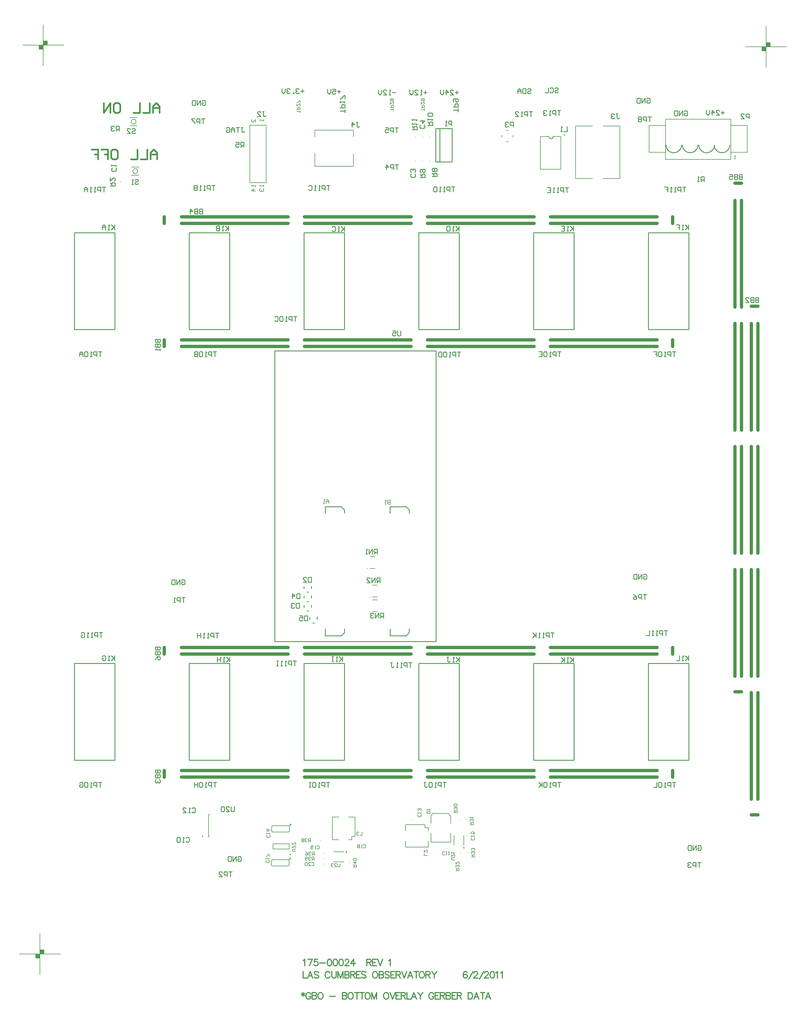
<source format=gbo>
%FSLAX23Y23*%
%MOIN*%
G70*
G01*
G75*
G04 Layer_Color=32896*
%ADD10R,0.035X0.037*%
%ADD11R,0.035X0.037*%
%ADD12R,0.036X0.036*%
%ADD13R,0.036X0.028*%
%ADD14R,0.050X0.050*%
%ADD15R,0.050X0.050*%
%ADD16C,0.005*%
%ADD17C,0.010*%
%ADD18C,0.050*%
%ADD19C,0.012*%
%ADD20C,0.012*%
%ADD21C,0.008*%
%ADD22C,0.012*%
%ADD23C,0.157*%
%ADD24C,0.079*%
%ADD25C,0.020*%
%ADD26C,0.220*%
%ADD27C,0.039*%
%ADD28C,0.055*%
%ADD29R,0.055X0.055*%
%ADD30C,0.116*%
%ADD31C,0.085*%
%ADD32R,0.098X0.098*%
%ADD33C,0.098*%
%ADD34C,0.080*%
%ADD35C,0.065*%
%ADD36C,0.059*%
%ADD37C,0.055*%
%ADD38R,0.059X0.059*%
%ADD39C,0.110*%
%ADD40C,0.217*%
%ADD41C,0.200*%
%ADD42C,0.026*%
%ADD43C,0.050*%
%ADD44C,0.024*%
%ADD45C,0.025*%
%ADD46C,0.040*%
%ADD47C,0.131*%
%ADD48C,0.076*%
%ADD49C,0.206*%
%ADD50C,0.080*%
%ADD51C,0.075*%
%ADD52C,0.168*%
%ADD53C,0.102*%
%ADD54C,0.091*%
G04:AMPARAMS|DCode=55|XSize=111.181mil|YSize=111.181mil|CornerRadius=0mil|HoleSize=0mil|Usage=FLASHONLY|Rotation=0.000|XOffset=0mil|YOffset=0mil|HoleType=Round|Shape=Relief|Width=30mil|Gap=10mil|Entries=4|*
%AMTHD55*
7,0,0,0.111,0.091,0.030,45*
%
%ADD55THD55*%
G04:AMPARAMS|DCode=56|XSize=112mil|YSize=112mil|CornerRadius=0mil|HoleSize=0mil|Usage=FLASHONLY|Rotation=0.000|XOffset=0mil|YOffset=0mil|HoleType=Round|Shape=Relief|Width=30mil|Gap=10mil|Entries=4|*
%AMTHD56*
7,0,0,0.112,0.092,0.030,45*
%
%ADD56THD56*%
%ADD57C,0.092*%
%ADD58C,0.138*%
%ADD59C,0.073*%
%ADD60C,0.099*%
G04:AMPARAMS|DCode=61|XSize=119.055mil|YSize=119.055mil|CornerRadius=0mil|HoleSize=0mil|Usage=FLASHONLY|Rotation=0.000|XOffset=0mil|YOffset=0mil|HoleType=Round|Shape=Relief|Width=30mil|Gap=10mil|Entries=4|*
%AMTHD61*
7,0,0,0.119,0.099,0.030,45*
%
%ADD61THD61*%
%ADD62C,0.075*%
G04:AMPARAMS|DCode=63|XSize=130mil|YSize=130mil|CornerRadius=0mil|HoleSize=0mil|Usage=FLASHONLY|Rotation=0.000|XOffset=0mil|YOffset=0mil|HoleType=Round|Shape=Relief|Width=30mil|Gap=10mil|Entries=4|*
%AMTHD63*
7,0,0,0.130,0.110,0.030,45*
%
%ADD63THD63*%
%ADD64C,0.168*%
%ADD65C,0.053*%
G04:AMPARAMS|DCode=66|XSize=88mil|YSize=88mil|CornerRadius=0mil|HoleSize=0mil|Usage=FLASHONLY|Rotation=0.000|XOffset=0mil|YOffset=0mil|HoleType=Round|Shape=Relief|Width=30mil|Gap=10mil|Entries=4|*
%AMTHD66*
7,0,0,0.088,0.068,0.030,45*
%
%ADD66THD66*%
G04:AMPARAMS|DCode=67|XSize=70mil|YSize=70mil|CornerRadius=0mil|HoleSize=0mil|Usage=FLASHONLY|Rotation=0.000|XOffset=0mil|YOffset=0mil|HoleType=Round|Shape=Relief|Width=30mil|Gap=10mil|Entries=4|*
%AMTHD67*
7,0,0,0.070,0.050,0.030,45*
%
%ADD67THD67*%
%ADD68C,0.068*%
G04:AMPARAMS|DCode=69|XSize=100mil|YSize=100mil|CornerRadius=0mil|HoleSize=0mil|Usage=FLASHONLY|Rotation=0.000|XOffset=0mil|YOffset=0mil|HoleType=Round|Shape=Relief|Width=10mil|Gap=10mil|Entries=4|*
%AMTHD69*
7,0,0,0.100,0.080,0.010,45*
%
%ADD69THD69*%
G04:AMPARAMS|DCode=70|XSize=70mil|YSize=70mil|CornerRadius=0mil|HoleSize=0mil|Usage=FLASHONLY|Rotation=0.000|XOffset=0mil|YOffset=0mil|HoleType=Round|Shape=Relief|Width=10mil|Gap=10mil|Entries=4|*
%AMTHD70*
7,0,0,0.070,0.050,0.010,45*
%
%ADD70THD70*%
G04:AMPARAMS|DCode=71|XSize=150.551mil|YSize=150.551mil|CornerRadius=0mil|HoleSize=0mil|Usage=FLASHONLY|Rotation=0.000|XOffset=0mil|YOffset=0mil|HoleType=Round|Shape=Relief|Width=10mil|Gap=10mil|Entries=4|*
%AMTHD71*
7,0,0,0.151,0.131,0.010,45*
%
%ADD71THD71*%
G04:AMPARAMS|DCode=72|XSize=96.221mil|YSize=96.221mil|CornerRadius=0mil|HoleSize=0mil|Usage=FLASHONLY|Rotation=0.000|XOffset=0mil|YOffset=0mil|HoleType=Round|Shape=Relief|Width=10mil|Gap=10mil|Entries=4|*
%AMTHD72*
7,0,0,0.096,0.076,0.010,45*
%
%ADD72THD72*%
G04:AMPARAMS|DCode=73|XSize=95mil|YSize=95mil|CornerRadius=0mil|HoleSize=0mil|Usage=FLASHONLY|Rotation=0.000|XOffset=0mil|YOffset=0mil|HoleType=Round|Shape=Relief|Width=10mil|Gap=10mil|Entries=4|*
%AMTHD73*
7,0,0,0.095,0.075,0.010,45*
%
%ADD73THD73*%
G04:AMPARAMS|DCode=74|XSize=122mil|YSize=122mil|CornerRadius=0mil|HoleSize=0mil|Usage=FLASHONLY|Rotation=0.000|XOffset=0mil|YOffset=0mil|HoleType=Round|Shape=Relief|Width=10mil|Gap=10mil|Entries=4|*
%AMTHD74*
7,0,0,0.122,0.102,0.010,45*
%
%ADD74THD74*%
G04:AMPARAMS|DCode=75|XSize=112mil|YSize=112mil|CornerRadius=0mil|HoleSize=0mil|Usage=FLASHONLY|Rotation=0.000|XOffset=0mil|YOffset=0mil|HoleType=Round|Shape=Relief|Width=10mil|Gap=10mil|Entries=4|*
%AMTHD75*
7,0,0,0.112,0.092,0.010,45*
%
%ADD75THD75*%
G04:AMPARAMS|DCode=76|XSize=93.465mil|YSize=93.465mil|CornerRadius=0mil|HoleSize=0mil|Usage=FLASHONLY|Rotation=0.000|XOffset=0mil|YOffset=0mil|HoleType=Round|Shape=Relief|Width=10mil|Gap=10mil|Entries=4|*
%AMTHD76*
7,0,0,0.093,0.073,0.010,45*
%
%ADD76THD76*%
G04:AMPARAMS|DCode=77|XSize=95.433mil|YSize=95.433mil|CornerRadius=0mil|HoleSize=0mil|Usage=FLASHONLY|Rotation=0.000|XOffset=0mil|YOffset=0mil|HoleType=Round|Shape=Relief|Width=10mil|Gap=10mil|Entries=4|*
%AMTHD77*
7,0,0,0.095,0.075,0.010,45*
%
%ADD77THD77*%
G04:AMPARAMS|DCode=78|XSize=72.992mil|YSize=72.992mil|CornerRadius=0mil|HoleSize=0mil|Usage=FLASHONLY|Rotation=0.000|XOffset=0mil|YOffset=0mil|HoleType=Round|Shape=Relief|Width=10mil|Gap=10mil|Entries=4|*
%AMTHD78*
7,0,0,0.073,0.053,0.010,45*
%
%ADD78THD78*%
G04:AMPARAMS|DCode=79|XSize=88mil|YSize=88mil|CornerRadius=0mil|HoleSize=0mil|Usage=FLASHONLY|Rotation=0.000|XOffset=0mil|YOffset=0mil|HoleType=Round|Shape=Relief|Width=10mil|Gap=10mil|Entries=4|*
%AMTHD79*
7,0,0,0.088,0.068,0.010,45*
%
%ADD79THD79*%
%ADD80R,0.075X0.037*%
%ADD81R,0.272X0.268*%
%ADD82R,0.057X0.012*%
%ADD83R,0.025X0.185*%
%ADD84R,0.025X0.100*%
%ADD85R,0.016X0.020*%
%ADD86R,0.020X0.020*%
%ADD87R,0.070X0.135*%
%ADD88R,0.078X0.048*%
%ADD89R,0.063X0.075*%
%ADD90O,0.028X0.098*%
%ADD91R,0.045X0.017*%
%ADD92R,0.087X0.059*%
%ADD93R,0.126X0.060*%
%ADD94R,0.065X0.094*%
%ADD95O,0.027X0.010*%
%ADD96R,0.094X0.065*%
%ADD97O,0.010X0.024*%
%ADD98R,0.040X0.067*%
%ADD99R,0.051X0.059*%
%ADD100R,0.070X0.025*%
%ADD101R,0.059X0.051*%
%ADD102R,0.059X0.087*%
%ADD103C,0.020*%
%ADD104C,0.030*%
%ADD105C,0.010*%
%ADD106C,0.010*%
%ADD107C,0.008*%
%ADD108C,0.006*%
%ADD109C,0.007*%
%ADD110R,0.384X0.322*%
%ADD111R,0.043X0.045*%
%ADD112R,0.043X0.045*%
%ADD113R,0.044X0.044*%
%ADD114R,0.044X0.036*%
%ADD115R,0.058X0.058*%
%ADD116R,0.058X0.058*%
%ADD117C,0.165*%
%ADD118C,0.087*%
%ADD119C,0.028*%
%ADD120C,0.228*%
%ADD121C,0.047*%
%ADD122C,0.063*%
%ADD123R,0.063X0.063*%
%ADD124C,0.124*%
%ADD125C,0.093*%
%ADD126R,0.106X0.106*%
%ADD127C,0.106*%
%ADD128C,0.088*%
%ADD129C,0.073*%
%ADD130C,0.067*%
%ADD131C,0.063*%
%ADD132R,0.067X0.067*%
%ADD133C,0.118*%
%ADD134C,0.225*%
%ADD135C,0.208*%
%ADD136C,0.058*%
%ADD137C,0.032*%
%ADD138R,2.051X0.460*%
%ADD139R,0.083X0.045*%
%ADD140R,0.280X0.276*%
%ADD141R,0.061X0.016*%
%ADD142R,0.033X0.193*%
%ADD143R,0.033X0.108*%
%ADD144R,0.024X0.028*%
%ADD145R,0.028X0.028*%
%ADD146R,0.078X0.143*%
%ADD147R,0.086X0.056*%
%ADD148R,0.071X0.083*%
%ADD149O,0.036X0.106*%
%ADD150R,0.053X0.025*%
%ADD151R,0.095X0.067*%
%ADD152R,0.134X0.068*%
%ADD153R,0.073X0.102*%
%ADD154O,0.035X0.018*%
%ADD155R,0.102X0.073*%
%ADD156O,0.018X0.032*%
%ADD157R,0.048X0.075*%
%ADD158R,0.059X0.067*%
%ADD159R,0.078X0.033*%
%ADD160R,0.067X0.059*%
%ADD161R,0.067X0.095*%
%ADD162C,0.034*%
%ADD163C,0.039*%
D17*
X36560Y27296D02*
X36560Y27286D01*
X36562Y27276D01*
X36565Y27266D01*
X36568Y27257D01*
X36573Y27248D01*
X36579Y27239D01*
X36585Y27232D01*
X36593Y27225D01*
X36601Y27218D01*
X36610Y27213D01*
X36619Y27209D01*
X36628Y27206D01*
X36638Y27204D01*
X36648Y27202D01*
X36659D01*
X36669Y27204D01*
X36679Y27206D01*
X36688Y27209D01*
X36698Y27213D01*
X36706Y27218D01*
X36714Y27225D01*
X36722Y27232D01*
X36728Y27239D01*
X36734Y27248D01*
X36739Y27257D01*
X36743Y27266D01*
X36745Y27276D01*
X36747Y27286D01*
X36747Y27296D01*
X36760D02*
X36760Y27286D01*
X36762Y27276D01*
X36765Y27266D01*
X36768Y27257D01*
X36773Y27248D01*
X36779Y27239D01*
X36785Y27232D01*
X36793Y27225D01*
X36801Y27218D01*
X36810Y27213D01*
X36819Y27209D01*
X36828Y27206D01*
X36838Y27204D01*
X36848Y27202D01*
X36859D01*
X36869Y27204D01*
X36879Y27206D01*
X36888Y27209D01*
X36898Y27213D01*
X36906Y27218D01*
X36914Y27225D01*
X36922Y27232D01*
X36928Y27239D01*
X36934Y27248D01*
X36939Y27257D01*
X36943Y27266D01*
X36945Y27276D01*
X36947Y27286D01*
X36947Y27296D01*
X37147D02*
X37148Y27286D01*
X37150Y27276D01*
X37152Y27266D01*
X37156Y27257D01*
X37161Y27248D01*
X37167Y27239D01*
X37173Y27232D01*
X37181Y27225D01*
X37189Y27218D01*
X37197Y27213D01*
X37207Y27209D01*
X37216Y27206D01*
X37226Y27204D01*
X37236Y27202D01*
X37246D01*
X37257Y27204D01*
X37266Y27206D01*
X37276Y27209D01*
X37285Y27213D01*
X37294Y27218D01*
X37302Y27225D01*
X37310Y27232D01*
X37316Y27239D01*
X37322Y27248D01*
X37327Y27257D01*
X37330Y27266D01*
X37333Y27276D01*
X37335Y27286D01*
X37335Y27296D01*
X36960D02*
X36960Y27286D01*
X36962Y27276D01*
X36965Y27266D01*
X36968Y27257D01*
X36973Y27248D01*
X36979Y27239D01*
X36985Y27232D01*
X36993Y27225D01*
X37001Y27218D01*
X37010Y27213D01*
X37019Y27209D01*
X37028Y27206D01*
X37038Y27204D01*
X37048Y27202D01*
X37059D01*
X37069Y27204D01*
X37079Y27206D01*
X37088Y27209D01*
X37098Y27213D01*
X37106Y27218D01*
X37114Y27225D01*
X37122Y27232D01*
X37128Y27239D01*
X37134Y27248D01*
X37139Y27257D01*
X37143Y27266D01*
X37145Y27276D01*
X37147Y27286D01*
X37147Y27296D01*
X35132Y27399D02*
X35134Y27390D01*
X35139Y27381D01*
X35147Y27376D01*
X35157Y27374D01*
X35167Y27376D01*
X35175Y27381D01*
X35180Y27390D01*
X35182Y27399D01*
X35322Y27419D02*
X35314Y27423D01*
Y27415D01*
X35322Y27419D01*
X32235Y21889D02*
Y21917D01*
X32144Y21889D02*
Y21913D01*
X32180Y21846D02*
X32199D01*
X33546Y20976D02*
X34038D01*
X33546Y19795D02*
Y20976D01*
Y19795D02*
X34038D01*
Y20976D01*
X36838Y19795D02*
Y20976D01*
X36346Y19795D02*
X36838D01*
X36346D02*
Y20976D01*
X36838D01*
X33801Y27090D02*
Y27495D01*
X33751Y27090D02*
X33951D01*
X33751Y27495D02*
X33951D01*
Y27090D02*
Y27495D01*
X33751Y27090D02*
Y27495D01*
X34946Y20976D02*
X35438D01*
X34946Y19795D02*
Y20976D01*
Y19795D02*
X35438D01*
Y20976D01*
X32305Y21514D02*
Y21542D01*
X32214Y21514D02*
Y21538D01*
X32250Y21471D02*
X32269D01*
X32235Y21774D02*
Y21802D01*
X32144Y21774D02*
Y21798D01*
X32180Y21731D02*
X32199D01*
X32235Y21659D02*
Y21687D01*
X32144Y21659D02*
Y21683D01*
X32180Y21616D02*
X32199D01*
X29838Y25046D02*
Y26227D01*
X29346Y25046D02*
X29838D01*
X29346D02*
Y26227D01*
X29838D01*
X30746D02*
X31238D01*
X30746Y25046D02*
Y26227D01*
Y25046D02*
X31238D01*
Y26227D01*
X32638Y25046D02*
Y26227D01*
X32146Y25046D02*
X32638D01*
X32146D02*
Y26227D01*
X32638D01*
X33546D02*
X34038D01*
X33546Y25046D02*
Y26227D01*
Y25046D02*
X34038D01*
Y26227D01*
X35438Y25046D02*
Y26227D01*
X34946Y25046D02*
X35438D01*
X34946D02*
Y26227D01*
X35438D01*
X36346D02*
X36838D01*
X36346Y25046D02*
Y26227D01*
Y25046D02*
X36838D01*
Y26227D01*
X29838Y19795D02*
Y20976D01*
X29346Y19795D02*
X29838D01*
X29346D02*
Y20976D01*
X29838D01*
X30746D02*
X31238D01*
X30746Y19795D02*
Y20976D01*
Y19795D02*
X31238D01*
Y20976D01*
X32638Y19795D02*
Y20976D01*
X32146Y19795D02*
X32638D01*
X32146D02*
Y20976D01*
X32638D01*
X32782Y27572D02*
X32802D01*
X32792D01*
Y27522D01*
X32802Y27512D01*
X32812D01*
X32822Y27522D01*
X32732Y27512D02*
Y27572D01*
X32762Y27542D01*
X32722D01*
X31295Y19230D02*
Y19180D01*
X31285Y19170D01*
X31265D01*
X31255Y19180D01*
Y19230D01*
X31195Y19170D02*
X31235D01*
X31195Y19210D01*
Y19220D01*
X31205Y19230D01*
X31225D01*
X31235Y19220D01*
X31175D02*
X31165Y19230D01*
X31145D01*
X31135Y19220D01*
Y19180D01*
X31145Y19170D01*
X31165D01*
X31175Y19180D01*
Y19220D01*
X33323Y25029D02*
Y24979D01*
X33313Y24969D01*
X33293D01*
X33283Y24979D01*
Y25029D01*
X33223D02*
X33263D01*
Y24999D01*
X33243Y25009D01*
X33233D01*
X33223Y24999D01*
Y24979D01*
X33233Y24969D01*
X33253D01*
X33263Y24979D01*
X32235Y22028D02*
Y21968D01*
X32205D01*
X32195Y21978D01*
Y22018D01*
X32205Y22028D01*
X32235D01*
X32135Y21968D02*
X32175D01*
X32135Y22008D01*
Y22018D01*
X32145Y22028D01*
X32165D01*
X32175Y22018D01*
X35273Y27716D02*
X35233D01*
X35253D01*
Y27656D01*
X35213D02*
Y27716D01*
X35183D01*
X35173Y27706D01*
Y27686D01*
X35183Y27676D01*
X35213D01*
X35153Y27656D02*
X35133D01*
X35143D01*
Y27716D01*
X35153Y27706D01*
X35103D02*
X35093Y27716D01*
X35073D01*
X35063Y27706D01*
Y27696D01*
X35073Y27686D01*
X35083D01*
X35073D01*
X35063Y27676D01*
Y27666D01*
X35073Y27656D01*
X35093D01*
X35103Y27666D01*
X33466Y27483D02*
X33526D01*
Y27513D01*
X33516Y27523D01*
X33496D01*
X33486Y27513D01*
Y27483D01*
Y27503D02*
X33466Y27523D01*
Y27543D02*
Y27563D01*
Y27553D01*
X33526D01*
X33516Y27543D01*
X33466Y27593D02*
Y27613D01*
Y27603D01*
X33526D01*
X33516Y27593D01*
X35952Y27678D02*
X35972D01*
X35962D01*
Y27628D01*
X35972Y27618D01*
X35982D01*
X35992Y27628D01*
X35932Y27668D02*
X35922Y27678D01*
X35902D01*
X35892Y27668D01*
Y27658D01*
X35902Y27648D01*
X35912D01*
X35902D01*
X35892Y27638D01*
Y27628D01*
X35902Y27618D01*
X35922D01*
X35932Y27628D01*
X33114Y21530D02*
Y21590D01*
X33084D01*
X33074Y21580D01*
Y21560D01*
X33084Y21550D01*
X33114D01*
X33094D02*
X33074Y21530D01*
X33054D02*
Y21590D01*
X33014Y21530D01*
Y21590D01*
X32994Y21580D02*
X32984Y21590D01*
X32964D01*
X32954Y21580D01*
Y21570D01*
X32964Y21560D01*
X32974D01*
X32964D01*
X32954Y21550D01*
Y21540D01*
X32964Y21530D01*
X32984D01*
X32994Y21540D01*
X34038Y21053D02*
Y20993D01*
Y21013D01*
X33998Y21053D01*
X34028Y21023D01*
X33998Y20993D01*
X33978D02*
X33958D01*
X33968D01*
Y21053D01*
X33978Y21043D01*
X33888Y21053D02*
X33908D01*
X33898D01*
Y21003D01*
X33908Y20993D01*
X33918D01*
X33928Y21003D01*
X36833Y21071D02*
Y21011D01*
Y21031D01*
X36793Y21071D01*
X36823Y21041D01*
X36793Y21011D01*
X36773D02*
X36753D01*
X36763D01*
Y21071D01*
X36773Y21061D01*
X36723Y21071D02*
Y21011D01*
X36683D01*
X36381Y27639D02*
X36341D01*
X36361D01*
Y27579D01*
X36321D02*
Y27639D01*
X36291D01*
X36281Y27629D01*
Y27609D01*
X36291Y27599D01*
X36321D01*
X36261Y27629D02*
X36251Y27639D01*
X36231D01*
X36221Y27629D01*
Y27619D01*
X36231Y27609D01*
X36221Y27599D01*
Y27589D01*
X36231Y27579D01*
X36251D01*
X36261Y27589D01*
Y27599D01*
X36251Y27609D01*
X36261Y27619D01*
Y27629D01*
X36251Y27609D02*
X36231D01*
X34697Y27517D02*
Y27577D01*
X34668D01*
X34658Y27567D01*
Y27547D01*
X34668Y27537D01*
X34697D01*
X34638Y27567D02*
X34628Y27577D01*
X34608D01*
X34598Y27567D01*
Y27557D01*
X34608Y27547D01*
X34618D01*
X34608D01*
X34598Y27537D01*
Y27527D01*
X34608Y27517D01*
X34628D01*
X34638Y27527D01*
X37575Y27617D02*
Y27677D01*
X37545D01*
X37535Y27667D01*
Y27647D01*
X37545Y27637D01*
X37575D01*
X37475Y27617D02*
X37515D01*
X37475Y27657D01*
Y27667D01*
X37485Y27677D01*
X37505D01*
X37515Y27667D01*
X31639Y27703D02*
X31659D01*
X31649D01*
Y27653D01*
X31659Y27643D01*
X31669D01*
X31679Y27653D01*
X31579Y27643D02*
X31619D01*
X31579Y27683D01*
Y27693D01*
X31589Y27703D01*
X31609D01*
X31619Y27693D01*
X33946Y27530D02*
Y27590D01*
X33917D01*
X33907Y27580D01*
Y27560D01*
X33917Y27550D01*
X33946D01*
X33887Y27530D02*
X33867D01*
X33877D01*
Y27590D01*
X33887Y27580D01*
X30331Y21178D02*
X30390D01*
Y21149D01*
X30381Y21139D01*
X30371D01*
X30361Y21149D01*
Y21178D01*
Y21149D01*
X30351Y21139D01*
X30341D01*
X30331Y21149D01*
Y21178D01*
Y21119D02*
X30390D01*
Y21089D01*
X30381Y21079D01*
X30371D01*
X30361Y21089D01*
Y21119D01*
Y21089D01*
X30351Y21079D01*
X30341D01*
X30331Y21089D01*
Y21119D01*
Y21019D02*
X30341Y21039D01*
X30361Y21059D01*
X30381D01*
X30390Y21049D01*
Y21029D01*
X30381Y21019D01*
X30371D01*
X30361Y21029D01*
Y21059D01*
X30048Y27487D02*
X30058Y27497D01*
X30078D01*
X30088Y27487D01*
Y27477D01*
X30078Y27467D01*
X30058D01*
X30048Y27457D01*
Y27447D01*
X30058Y27437D01*
X30078D01*
X30088Y27447D01*
X29988Y27437D02*
X30028D01*
X29988Y27477D01*
Y27487D01*
X29998Y27497D01*
X30018D01*
X30028Y27487D01*
X30778Y19205D02*
X30788Y19215D01*
X30808D01*
X30818Y19205D01*
Y19165D01*
X30808Y19155D01*
X30788D01*
X30778Y19165D01*
X30758Y19155D02*
X30738D01*
X30748D01*
Y19215D01*
X30758Y19205D01*
X30668Y19155D02*
X30708D01*
X30668Y19195D01*
Y19205D01*
X30678Y19215D01*
X30698D01*
X30708Y19205D01*
X35356Y27519D02*
Y27459D01*
X35316D01*
X35296D02*
X35276D01*
X35286D01*
Y27519D01*
X35296Y27509D01*
X35432Y21051D02*
Y20991D01*
Y21011D01*
X35392Y21051D01*
X35422Y21021D01*
X35392Y20991D01*
X35372D02*
X35352D01*
X35362D01*
Y21051D01*
X35372Y21041D01*
X35322Y21051D02*
Y20991D01*
Y21011D01*
X35282Y21051D01*
X35312Y21021D01*
X35282Y20991D01*
X32189Y21558D02*
Y21498D01*
X32159D01*
X32149Y21508D01*
Y21548D01*
X32159Y21558D01*
X32189D01*
X32089D02*
X32129D01*
Y21528D01*
X32109Y21538D01*
X32099D01*
X32089Y21528D01*
Y21508D01*
X32099Y21498D01*
X32119D01*
X32129Y21508D01*
X32093Y21825D02*
Y21765D01*
X32063D01*
X32053Y21775D01*
Y21815D01*
X32063Y21825D01*
X32093D01*
X32003Y21765D02*
Y21825D01*
X32033Y21795D01*
X31993D01*
X32087Y21710D02*
Y21650D01*
X32057D01*
X32047Y21660D01*
Y21700D01*
X32057Y21710D01*
X32087D01*
X32027Y21700D02*
X32017Y21710D01*
X31997D01*
X31987Y21700D01*
Y21690D01*
X31997Y21680D01*
X32007D01*
X31997D01*
X31987Y21670D01*
Y21660D01*
X31997Y21650D01*
X32017D01*
X32027Y21660D01*
X29847Y27015D02*
X29857Y27005D01*
Y26985D01*
X29847Y26975D01*
X29807D01*
X29797Y26985D01*
Y27005D01*
X29807Y27015D01*
X29797Y27035D02*
Y27055D01*
Y27045D01*
X29857D01*
X29847Y27035D01*
X29833Y26322D02*
Y26262D01*
Y26282D01*
X29793Y26322D01*
X29823Y26292D01*
X29793Y26262D01*
X29773D02*
X29753D01*
X29763D01*
Y26322D01*
X29773Y26312D01*
X29723Y26262D02*
Y26302D01*
X29703Y26322D01*
X29683Y26302D01*
Y26262D01*
Y26292D01*
X29723D01*
X31225Y26309D02*
Y26249D01*
Y26269D01*
X31185Y26309D01*
X31215Y26279D01*
X31185Y26249D01*
X31165D02*
X31145D01*
X31155D01*
Y26309D01*
X31165Y26299D01*
X31115Y26309D02*
Y26249D01*
X31085D01*
X31075Y26259D01*
Y26269D01*
X31085Y26279D01*
X31115D01*
X31085D01*
X31075Y26289D01*
Y26299D01*
X31085Y26309D01*
X31115D01*
X32639Y26304D02*
Y26244D01*
Y26264D01*
X32599Y26304D01*
X32629Y26274D01*
X32599Y26244D01*
X32579D02*
X32559D01*
X32569D01*
Y26304D01*
X32579Y26294D01*
X32489D02*
X32499Y26304D01*
X32519D01*
X32529Y26294D01*
Y26254D01*
X32519Y26244D01*
X32499D01*
X32489Y26254D01*
X34034Y26307D02*
Y26247D01*
Y26267D01*
X33994Y26307D01*
X34024Y26277D01*
X33994Y26247D01*
X33974D02*
X33954D01*
X33964D01*
Y26307D01*
X33974Y26297D01*
X33924Y26307D02*
Y26247D01*
X33894D01*
X33884Y26257D01*
Y26297D01*
X33894Y26307D01*
X33924D01*
X35432Y26308D02*
Y26248D01*
Y26268D01*
X35392Y26308D01*
X35422Y26278D01*
X35392Y26248D01*
X35372D02*
X35352D01*
X35362D01*
Y26308D01*
X35372Y26298D01*
X35282Y26308D02*
X35322D01*
Y26248D01*
X35282D01*
X35322Y26278D02*
X35302D01*
X36833Y26322D02*
Y26262D01*
Y26282D01*
X36793Y26322D01*
X36823Y26292D01*
X36793Y26262D01*
X36773D02*
X36753D01*
X36763D01*
Y26322D01*
X36773Y26312D01*
X36683Y26322D02*
X36723D01*
Y26292D01*
X36703D01*
X36723D01*
Y26262D01*
X29833Y21071D02*
Y21011D01*
Y21031D01*
X29793Y21071D01*
X29823Y21041D01*
X29793Y21011D01*
X29773D02*
X29753D01*
X29763D01*
Y21071D01*
X29773Y21061D01*
X29683D02*
X29693Y21071D01*
X29713D01*
X29723Y21061D01*
Y21021D01*
X29713Y21011D01*
X29693D01*
X29683Y21021D01*
Y21041D01*
X29703D01*
X31239Y21053D02*
Y20993D01*
Y21013D01*
X31199Y21053D01*
X31229Y21023D01*
X31199Y20993D01*
X31179D02*
X31159D01*
X31169D01*
Y21053D01*
X31179Y21043D01*
X31129Y21053D02*
Y20993D01*
Y21023D01*
X31089D01*
Y21053D01*
Y20993D01*
X32616Y21060D02*
Y21000D01*
Y21020D01*
X32576Y21060D01*
X32606Y21030D01*
X32576Y21000D01*
X32556D02*
X32536D01*
X32546D01*
Y21060D01*
X32556Y21050D01*
X32506Y21060D02*
X32486D01*
X32496D01*
Y21000D01*
X32506D01*
X32486D01*
X37023Y26849D02*
Y26909D01*
X36993D01*
X36983Y26899D01*
Y26879D01*
X36993Y26869D01*
X37023D01*
X37003D02*
X36983Y26849D01*
X36963D02*
X36943D01*
X36953D01*
Y26909D01*
X36963Y26899D01*
X29781Y26798D02*
X29841D01*
Y26828D01*
X29831Y26838D01*
X29811D01*
X29801Y26828D01*
Y26798D01*
Y26818D02*
X29781Y26838D01*
Y26898D02*
Y26858D01*
X29821Y26898D01*
X29831D01*
X29841Y26888D01*
Y26868D01*
X29831Y26858D01*
X29891Y27467D02*
Y27527D01*
X29861D01*
X29851Y27517D01*
Y27497D01*
X29861Y27487D01*
X29891D01*
X29871D02*
X29851Y27467D01*
X29831Y27517D02*
X29821Y27527D01*
X29801D01*
X29791Y27517D01*
Y27507D01*
X29801Y27497D01*
X29811D01*
X29801D01*
X29791Y27487D01*
Y27477D01*
X29801Y27467D01*
X29821D01*
X29831Y27477D01*
X31410Y27271D02*
Y27331D01*
X31380D01*
X31370Y27321D01*
Y27301D01*
X31380Y27291D01*
X31410D01*
X31390D02*
X31370Y27271D01*
X31310Y27331D02*
X31350D01*
Y27301D01*
X31330Y27311D01*
X31320D01*
X31310Y27301D01*
Y27281D01*
X31320Y27271D01*
X31340D01*
X31350Y27281D01*
X33037Y22309D02*
Y22369D01*
X33007D01*
X32997Y22359D01*
Y22339D01*
X33007Y22329D01*
X33037D01*
X33017D02*
X32997Y22309D01*
X32977D02*
Y22369D01*
X32937Y22309D01*
Y22369D01*
X32917Y22309D02*
X32897D01*
X32907D01*
Y22369D01*
X32917Y22359D01*
X33072Y21960D02*
Y22020D01*
X33042D01*
X33032Y22010D01*
Y21990D01*
X33042Y21980D01*
X33072D01*
X33052D02*
X33032Y21960D01*
X33012D02*
Y22020D01*
X32972Y21960D01*
Y22020D01*
X32912Y21960D02*
X32952D01*
X32912Y22000D01*
Y22010D01*
X32922Y22020D01*
X32942D01*
X32952Y22010D01*
X30693Y21779D02*
X30653D01*
X30673D01*
Y21719D01*
X30633D02*
Y21779D01*
X30603D01*
X30593Y21769D01*
Y21749D01*
X30603Y21739D01*
X30633D01*
X30573Y21719D02*
X30553D01*
X30563D01*
Y21779D01*
X30573Y21769D01*
X31268Y18435D02*
X31228D01*
X31248D01*
Y18375D01*
X31208D02*
Y18435D01*
X31178D01*
X31168Y18425D01*
Y18405D01*
X31178Y18395D01*
X31208D01*
X31108Y18375D02*
X31148D01*
X31108Y18415D01*
Y18425D01*
X31118Y18435D01*
X31138D01*
X31148Y18425D01*
X36984Y18551D02*
X36944D01*
X36964D01*
Y18491D01*
X36924D02*
Y18551D01*
X36894D01*
X36884Y18541D01*
Y18521D01*
X36894Y18511D01*
X36924D01*
X36864Y18541D02*
X36854Y18551D01*
X36834D01*
X36824Y18541D01*
Y18531D01*
X36834Y18521D01*
X36844D01*
X36834D01*
X36824Y18511D01*
Y18501D01*
X36834Y18491D01*
X36854D01*
X36864Y18501D01*
X29677Y24777D02*
X29637D01*
X29657D01*
Y24717D01*
X29617D02*
Y24777D01*
X29587D01*
X29577Y24767D01*
Y24747D01*
X29587Y24737D01*
X29617D01*
X29557Y24717D02*
X29537D01*
X29547D01*
Y24777D01*
X29557Y24767D01*
X29507D02*
X29497Y24777D01*
X29477D01*
X29467Y24767D01*
Y24727D01*
X29477Y24717D01*
X29497D01*
X29507Y24727D01*
Y24767D01*
X29447Y24717D02*
Y24757D01*
X29427Y24777D01*
X29407Y24757D01*
Y24717D01*
Y24747D01*
X29447D01*
X31077Y24777D02*
X31037D01*
X31057D01*
Y24717D01*
X31017D02*
Y24777D01*
X30987D01*
X30977Y24767D01*
Y24747D01*
X30987Y24737D01*
X31017D01*
X30957Y24717D02*
X30937D01*
X30947D01*
Y24777D01*
X30957Y24767D01*
X30907D02*
X30897Y24777D01*
X30877D01*
X30867Y24767D01*
Y24727D01*
X30877Y24717D01*
X30897D01*
X30907Y24727D01*
Y24767D01*
X30847Y24777D02*
Y24717D01*
X30817D01*
X30807Y24727D01*
Y24737D01*
X30817Y24747D01*
X30847D01*
X30817D01*
X30807Y24757D01*
Y24767D01*
X30817Y24777D01*
X30847D01*
X32059Y25205D02*
X32019D01*
X32039D01*
Y25145D01*
X31999D02*
Y25205D01*
X31969D01*
X31959Y25195D01*
Y25175D01*
X31969Y25165D01*
X31999D01*
X31939Y25145D02*
X31919D01*
X31929D01*
Y25205D01*
X31939Y25195D01*
X31889D02*
X31879Y25205D01*
X31859D01*
X31849Y25195D01*
Y25155D01*
X31859Y25145D01*
X31879D01*
X31889Y25155D01*
Y25195D01*
X31789D02*
X31799Y25205D01*
X31819D01*
X31829Y25195D01*
Y25155D01*
X31819Y25145D01*
X31799D01*
X31789Y25155D01*
X34055Y24772D02*
X34015D01*
X34035D01*
Y24712D01*
X33995D02*
Y24772D01*
X33965D01*
X33955Y24762D01*
Y24742D01*
X33965Y24732D01*
X33995D01*
X33935Y24712D02*
X33915D01*
X33925D01*
Y24772D01*
X33935Y24762D01*
X33885D02*
X33875Y24772D01*
X33855D01*
X33845Y24762D01*
Y24722D01*
X33855Y24712D01*
X33875D01*
X33885Y24722D01*
Y24762D01*
X33825Y24772D02*
Y24712D01*
X33795D01*
X33785Y24722D01*
Y24762D01*
X33795Y24772D01*
X33825D01*
X35277Y24777D02*
X35237D01*
X35257D01*
Y24717D01*
X35217D02*
Y24777D01*
X35187D01*
X35177Y24767D01*
Y24747D01*
X35187Y24737D01*
X35217D01*
X35157Y24717D02*
X35137D01*
X35147D01*
Y24777D01*
X35157Y24767D01*
X35107D02*
X35097Y24777D01*
X35077D01*
X35067Y24767D01*
Y24727D01*
X35077Y24717D01*
X35097D01*
X35107Y24727D01*
Y24767D01*
X35007Y24777D02*
X35047D01*
Y24717D01*
X35007D01*
X35047Y24747D02*
X35027D01*
X36677Y24777D02*
X36637D01*
X36657D01*
Y24717D01*
X36617D02*
Y24777D01*
X36587D01*
X36577Y24767D01*
Y24747D01*
X36587Y24737D01*
X36617D01*
X36557Y24717D02*
X36537D01*
X36547D01*
Y24777D01*
X36557Y24767D01*
X36507D02*
X36497Y24777D01*
X36477D01*
X36467Y24767D01*
Y24727D01*
X36477Y24717D01*
X36497D01*
X36507Y24727D01*
Y24767D01*
X36407Y24777D02*
X36447D01*
Y24747D01*
X36427D01*
X36447D01*
Y24717D01*
X29677Y19526D02*
X29637D01*
X29657D01*
Y19466D01*
X29617D02*
Y19526D01*
X29587D01*
X29577Y19516D01*
Y19496D01*
X29587Y19486D01*
X29617D01*
X29557Y19466D02*
X29537D01*
X29547D01*
Y19526D01*
X29557Y19516D01*
X29507D02*
X29497Y19526D01*
X29477D01*
X29467Y19516D01*
Y19476D01*
X29477Y19466D01*
X29497D01*
X29507Y19476D01*
Y19516D01*
X29407D02*
X29417Y19526D01*
X29437D01*
X29447Y19516D01*
Y19476D01*
X29437Y19466D01*
X29417D01*
X29407Y19476D01*
Y19496D01*
X29427D01*
X31077Y19526D02*
X31037D01*
X31057D01*
Y19466D01*
X31017D02*
Y19526D01*
X30987D01*
X30977Y19516D01*
Y19496D01*
X30987Y19486D01*
X31017D01*
X30957Y19466D02*
X30937D01*
X30947D01*
Y19526D01*
X30957Y19516D01*
X30907D02*
X30897Y19526D01*
X30877D01*
X30867Y19516D01*
Y19476D01*
X30877Y19466D01*
X30897D01*
X30907Y19476D01*
Y19516D01*
X30847Y19526D02*
Y19466D01*
Y19496D01*
X30807D01*
Y19526D01*
Y19466D01*
X32457Y19526D02*
X32417D01*
X32437D01*
Y19466D01*
X32397D02*
Y19526D01*
X32367D01*
X32357Y19516D01*
Y19496D01*
X32367Y19486D01*
X32397D01*
X32337Y19466D02*
X32317D01*
X32327D01*
Y19526D01*
X32337Y19516D01*
X32287D02*
X32277Y19526D01*
X32257D01*
X32247Y19516D01*
Y19476D01*
X32257Y19466D01*
X32277D01*
X32287Y19476D01*
Y19516D01*
X32227Y19526D02*
X32207D01*
X32217D01*
Y19466D01*
X32227D01*
X32207D01*
X33877Y19526D02*
X33837D01*
X33857D01*
Y19466D01*
X33817D02*
Y19526D01*
X33787D01*
X33777Y19516D01*
Y19496D01*
X33787Y19486D01*
X33817D01*
X33757Y19466D02*
X33737D01*
X33747D01*
Y19526D01*
X33757Y19516D01*
X33707D02*
X33697Y19526D01*
X33677D01*
X33667Y19516D01*
Y19476D01*
X33677Y19466D01*
X33697D01*
X33707Y19476D01*
Y19516D01*
X33607Y19526D02*
X33627D01*
X33617D01*
Y19476D01*
X33627Y19466D01*
X33637D01*
X33647Y19476D01*
X35277Y19526D02*
X35237D01*
X35257D01*
Y19466D01*
X35217D02*
Y19526D01*
X35187D01*
X35177Y19516D01*
Y19496D01*
X35187Y19486D01*
X35217D01*
X35157Y19466D02*
X35137D01*
X35147D01*
Y19526D01*
X35157Y19516D01*
X35107D02*
X35097Y19526D01*
X35077D01*
X35067Y19516D01*
Y19476D01*
X35077Y19466D01*
X35097D01*
X35107Y19476D01*
Y19516D01*
X35047Y19526D02*
Y19466D01*
Y19486D01*
X35007Y19526D01*
X35037Y19496D01*
X35007Y19466D01*
X36677Y19526D02*
X36637D01*
X36657D01*
Y19466D01*
X36617D02*
Y19526D01*
X36587D01*
X36577Y19516D01*
Y19496D01*
X36587Y19486D01*
X36617D01*
X36557Y19466D02*
X36537D01*
X36547D01*
Y19526D01*
X36557Y19516D01*
X36507D02*
X36497Y19526D01*
X36477D01*
X36467Y19516D01*
Y19476D01*
X36477Y19466D01*
X36497D01*
X36507Y19476D01*
Y19516D01*
X36447Y19526D02*
Y19466D01*
X36407D01*
X29723Y26783D02*
X29683D01*
X29703D01*
Y26723D01*
X29663D02*
Y26783D01*
X29633D01*
X29623Y26773D01*
Y26753D01*
X29633Y26743D01*
X29663D01*
X29603Y26723D02*
X29583D01*
X29593D01*
Y26783D01*
X29603Y26773D01*
X29553Y26723D02*
X29533D01*
X29543D01*
Y26783D01*
X29553Y26773D01*
X29503Y26723D02*
Y26763D01*
X29483Y26783D01*
X29463Y26763D01*
Y26723D01*
Y26753D01*
X29503D01*
X31061Y26804D02*
X31021D01*
X31041D01*
Y26744D01*
X31001D02*
Y26804D01*
X30971D01*
X30961Y26794D01*
Y26774D01*
X30971Y26764D01*
X31001D01*
X30941Y26744D02*
X30921D01*
X30931D01*
Y26804D01*
X30941Y26794D01*
X30891Y26744D02*
X30871D01*
X30881D01*
Y26804D01*
X30891Y26794D01*
X30841Y26804D02*
Y26744D01*
X30811D01*
X30801Y26754D01*
Y26764D01*
X30811Y26774D01*
X30841D01*
X30811D01*
X30801Y26784D01*
Y26794D01*
X30811Y26804D01*
X30841D01*
X32461D02*
X32421D01*
X32441D01*
Y26744D01*
X32401D02*
Y26804D01*
X32371D01*
X32361Y26794D01*
Y26774D01*
X32371Y26764D01*
X32401D01*
X32341Y26744D02*
X32321D01*
X32331D01*
Y26804D01*
X32341Y26794D01*
X32291Y26744D02*
X32271D01*
X32281D01*
Y26804D01*
X32291Y26794D01*
X32201D02*
X32211Y26804D01*
X32231D01*
X32241Y26794D01*
Y26754D01*
X32231Y26744D01*
X32211D01*
X32201Y26754D01*
X33984Y26785D02*
X33944D01*
X33964D01*
Y26725D01*
X33924D02*
Y26785D01*
X33894D01*
X33884Y26775D01*
Y26755D01*
X33894Y26745D01*
X33924D01*
X33864Y26725D02*
X33844D01*
X33854D01*
Y26785D01*
X33864Y26775D01*
X33814Y26725D02*
X33794D01*
X33804D01*
Y26785D01*
X33814Y26775D01*
X33764Y26785D02*
Y26725D01*
X33734D01*
X33724Y26735D01*
Y26775D01*
X33734Y26785D01*
X33764D01*
X35370Y26777D02*
X35330D01*
X35350D01*
Y26717D01*
X35310D02*
Y26777D01*
X35280D01*
X35270Y26767D01*
Y26747D01*
X35280Y26737D01*
X35310D01*
X35250Y26717D02*
X35230D01*
X35240D01*
Y26777D01*
X35250Y26767D01*
X35200Y26717D02*
X35180D01*
X35190D01*
Y26777D01*
X35200Y26767D01*
X35110Y26777D02*
X35150D01*
Y26717D01*
X35110D01*
X35150Y26747D02*
X35130D01*
X36801Y26783D02*
X36761D01*
X36781D01*
Y26723D01*
X36741D02*
Y26783D01*
X36711D01*
X36701Y26773D01*
Y26753D01*
X36711Y26743D01*
X36741D01*
X36681Y26723D02*
X36661D01*
X36671D01*
Y26783D01*
X36681Y26773D01*
X36631Y26723D02*
X36611D01*
X36621D01*
Y26783D01*
X36631Y26773D01*
X36541Y26783D02*
X36581D01*
Y26753D01*
X36561D01*
X36581D01*
Y26723D01*
X29687Y21354D02*
X29647D01*
X29667D01*
Y21294D01*
X29627D02*
Y21354D01*
X29597D01*
X29587Y21344D01*
Y21324D01*
X29597Y21314D01*
X29627D01*
X29567Y21294D02*
X29547D01*
X29557D01*
Y21354D01*
X29567Y21344D01*
X29517Y21294D02*
X29497D01*
X29507D01*
Y21354D01*
X29517Y21344D01*
X29427D02*
X29437Y21354D01*
X29457D01*
X29467Y21344D01*
Y21304D01*
X29457Y21294D01*
X29437D01*
X29427Y21304D01*
Y21324D01*
X29447D01*
X31103Y21347D02*
X31063D01*
X31083D01*
Y21287D01*
X31043D02*
Y21347D01*
X31013D01*
X31003Y21337D01*
Y21317D01*
X31013Y21307D01*
X31043D01*
X30983Y21287D02*
X30963D01*
X30973D01*
Y21347D01*
X30983Y21337D01*
X30933Y21287D02*
X30913D01*
X30923D01*
Y21347D01*
X30933Y21337D01*
X30883Y21347D02*
Y21287D01*
Y21317D01*
X30843D01*
Y21347D01*
Y21287D01*
X32052Y21006D02*
X32012D01*
X32032D01*
Y20946D01*
X31992D02*
Y21006D01*
X31962D01*
X31952Y20996D01*
Y20976D01*
X31962Y20966D01*
X31992D01*
X31932Y20946D02*
X31912D01*
X31922D01*
Y21006D01*
X31932Y20996D01*
X31882Y20946D02*
X31862D01*
X31872D01*
Y21006D01*
X31882Y20996D01*
X31832Y21006D02*
X31812D01*
X31822D01*
Y20946D01*
X31832D01*
X31812D01*
X33461Y20986D02*
X33422D01*
X33442D01*
Y20926D01*
X33402D02*
Y20986D01*
X33372D01*
X33362Y20976D01*
Y20956D01*
X33372Y20946D01*
X33402D01*
X33342Y20926D02*
X33322D01*
X33332D01*
Y20986D01*
X33342Y20976D01*
X33292Y20926D02*
X33272D01*
X33282D01*
Y20986D01*
X33292Y20976D01*
X33202Y20986D02*
X33222D01*
X33212D01*
Y20936D01*
X33222Y20926D01*
X33232D01*
X33242Y20936D01*
X35196Y21351D02*
X35156D01*
X35176D01*
Y21291D01*
X35136D02*
Y21351D01*
X35106D01*
X35096Y21341D01*
Y21321D01*
X35106Y21311D01*
X35136D01*
X35076Y21291D02*
X35056D01*
X35066D01*
Y21351D01*
X35076Y21341D01*
X35026Y21291D02*
X35006D01*
X35016D01*
Y21351D01*
X35026Y21341D01*
X34976Y21351D02*
Y21291D01*
Y21311D01*
X34936Y21351D01*
X34966Y21321D01*
X34936Y21291D01*
X36579Y21375D02*
X36539D01*
X36559D01*
Y21315D01*
X36519D02*
Y21375D01*
X36489D01*
X36479Y21365D01*
Y21345D01*
X36489Y21335D01*
X36519D01*
X36459Y21315D02*
X36439D01*
X36449D01*
Y21375D01*
X36459Y21365D01*
X36409Y21315D02*
X36389D01*
X36399D01*
Y21375D01*
X36409Y21365D01*
X36359Y21375D02*
Y21315D01*
X36319D01*
X30704Y18846D02*
X30714Y18856D01*
X30734D01*
X30744Y18846D01*
Y18806D01*
X30734Y18796D01*
X30714D01*
X30704Y18806D01*
X30684Y18796D02*
X30664D01*
X30674D01*
Y18856D01*
X30684Y18846D01*
X30634D02*
X30624Y18856D01*
X30604D01*
X30594Y18846D01*
Y18806D01*
X30604Y18796D01*
X30624D01*
X30634Y18806D01*
Y18846D01*
X32643Y27691D02*
Y27731D01*
Y27711D01*
X32583D01*
Y27751D02*
X32643D01*
Y27781D01*
X32633Y27791D01*
X32613D01*
X32603Y27781D01*
Y27751D01*
X32583Y27811D02*
Y27831D01*
Y27821D01*
X32643D01*
X32633Y27811D01*
X32643Y27861D02*
Y27901D01*
X32633D01*
X32593Y27861D01*
X32583D01*
X30084Y26867D02*
X30094Y26877D01*
X30114D01*
X30124Y26867D01*
Y26857D01*
X30114Y26847D01*
X30094D01*
X30084Y26837D01*
Y26827D01*
X30094Y26817D01*
X30114D01*
X30124Y26827D01*
X30064Y26817D02*
X30044D01*
X30054D01*
Y26877D01*
X30064Y26867D01*
X30331Y24928D02*
X30390D01*
Y24899D01*
X30381Y24889D01*
X30371D01*
X30361Y24899D01*
Y24928D01*
Y24899D01*
X30351Y24889D01*
X30341D01*
X30331Y24899D01*
Y24928D01*
Y24869D02*
X30390D01*
Y24839D01*
X30381Y24829D01*
X30371D01*
X30361Y24839D01*
Y24869D01*
Y24839D01*
X30351Y24829D01*
X30341D01*
X30331Y24839D01*
Y24869D01*
X30390Y24809D02*
Y24789D01*
Y24799D01*
X30331D01*
X30341Y24809D01*
X37689Y25438D02*
Y25378D01*
X37660D01*
X37650Y25388D01*
Y25398D01*
X37660Y25408D01*
X37689D01*
X37660D01*
X37650Y25418D01*
Y25428D01*
X37660Y25438D01*
X37689D01*
X37630D02*
Y25378D01*
X37600D01*
X37590Y25388D01*
Y25398D01*
X37600Y25408D01*
X37630D01*
X37600D01*
X37590Y25418D01*
Y25428D01*
X37600Y25438D01*
X37630D01*
X37530Y25378D02*
X37570D01*
X37530Y25418D01*
Y25428D01*
X37540Y25438D01*
X37560D01*
X37570Y25428D01*
X30331Y19678D02*
X30390D01*
Y19649D01*
X30381Y19639D01*
X30371D01*
X30361Y19649D01*
Y19678D01*
Y19649D01*
X30351Y19639D01*
X30341D01*
X30331Y19649D01*
Y19678D01*
Y19619D02*
X30390D01*
Y19589D01*
X30381Y19579D01*
X30371D01*
X30361Y19589D01*
Y19619D01*
Y19589D01*
X30351Y19579D01*
X30341D01*
X30331Y19589D01*
Y19619D01*
X30341Y19559D02*
X30331Y19549D01*
Y19529D01*
X30341Y19519D01*
X30351D01*
X30361Y19529D01*
Y19539D01*
Y19529D01*
X30371Y19519D01*
X30381D01*
X30390Y19529D01*
Y19549D01*
X30381Y19559D01*
X30909Y26518D02*
Y26458D01*
X30879D01*
X30869Y26468D01*
Y26478D01*
X30879Y26488D01*
X30909D01*
X30879D01*
X30869Y26498D01*
Y26508D01*
X30879Y26518D01*
X30909D01*
X30849D02*
Y26458D01*
X30819D01*
X30809Y26468D01*
Y26478D01*
X30819Y26488D01*
X30849D01*
X30819D01*
X30809Y26498D01*
Y26508D01*
X30819Y26518D01*
X30849D01*
X30759Y26458D02*
Y26518D01*
X30789Y26488D01*
X30749D01*
X37489Y26938D02*
Y26878D01*
X37460D01*
X37450Y26888D01*
Y26898D01*
X37460Y26908D01*
X37489D01*
X37460D01*
X37450Y26918D01*
Y26928D01*
X37460Y26938D01*
X37489D01*
X37430D02*
Y26878D01*
X37400D01*
X37390Y26888D01*
Y26898D01*
X37400Y26908D01*
X37430D01*
X37400D01*
X37390Y26918D01*
Y26928D01*
X37400Y26938D01*
X37430D01*
X37330D02*
X37370D01*
Y26908D01*
X37350Y26918D01*
X37340D01*
X37330Y26908D01*
Y26888D01*
X37340Y26878D01*
X37360D01*
X37370Y26888D01*
X33493Y26942D02*
X33503Y26932D01*
Y26912D01*
X33493Y26902D01*
X33453D01*
X33443Y26912D01*
Y26932D01*
X33453Y26942D01*
X33493Y26962D02*
X33503Y26972D01*
Y26992D01*
X33493Y27002D01*
X33483D01*
X33473Y26992D01*
Y26982D01*
Y26992D01*
X33463Y27002D01*
X33453D01*
X33443Y26992D01*
Y26972D01*
X33453Y26962D01*
X33609Y27541D02*
X33619Y27531D01*
Y27511D01*
X33609Y27501D01*
X33569D01*
X33559Y27511D01*
Y27531D01*
X33569Y27541D01*
X33559Y27591D02*
X33619D01*
X33589Y27561D01*
Y27601D01*
X33708Y26913D02*
X33768D01*
Y26943D01*
X33758Y26953D01*
X33738D01*
X33728Y26943D01*
Y26913D01*
Y26933D02*
X33708Y26953D01*
X33758Y26973D02*
X33768Y26983D01*
Y27003D01*
X33758Y27013D01*
X33748D01*
X33738Y27003D01*
X33728Y27013D01*
X33718D01*
X33708Y27003D01*
Y26983D01*
X33718Y26973D01*
X33728D01*
X33738Y26983D01*
X33748Y26973D01*
X33758D01*
X33738Y26983D02*
Y27003D01*
X33562Y26901D02*
X33622D01*
Y26931D01*
X33612Y26941D01*
X33592D01*
X33582Y26931D01*
Y26901D01*
Y26921D02*
X33562Y26941D01*
X33572Y26961D02*
X33562Y26971D01*
Y26991D01*
X33572Y27001D01*
X33612D01*
X33622Y26991D01*
Y26971D01*
X33612Y26961D01*
X33602D01*
X33592Y26971D01*
Y27001D01*
X33653Y27537D02*
X33713D01*
Y27567D01*
X33703Y27577D01*
X33683D01*
X33673Y27567D01*
Y27537D01*
Y27557D02*
X33653Y27577D01*
Y27597D02*
Y27617D01*
Y27607D01*
X33713D01*
X33703Y27597D01*
Y27647D02*
X33713Y27657D01*
Y27677D01*
X33703Y27687D01*
X33663D01*
X33653Y27677D01*
Y27657D01*
X33663Y27647D01*
X33703D01*
X33297Y27057D02*
X33257D01*
X33277D01*
Y26997D01*
X33237D02*
Y27057D01*
X33207D01*
X33197Y27047D01*
Y27027D01*
X33207Y27017D01*
X33237D01*
X33147Y26997D02*
Y27057D01*
X33177Y27027D01*
X33137D01*
X33296Y27507D02*
X33256D01*
X33276D01*
Y27447D01*
X33236D02*
Y27507D01*
X33206D01*
X33196Y27497D01*
Y27477D01*
X33206Y27467D01*
X33236D01*
X33136Y27507D02*
X33176D01*
Y27477D01*
X33156Y27487D01*
X33146D01*
X33136Y27477D01*
Y27457D01*
X33146Y27447D01*
X33166D01*
X33176Y27457D01*
X36320Y21817D02*
X36280D01*
X36300D01*
Y21757D01*
X36260D02*
Y21817D01*
X36230D01*
X36220Y21807D01*
Y21787D01*
X36230Y21777D01*
X36260D01*
X36160Y21817D02*
X36180Y21807D01*
X36200Y21787D01*
Y21767D01*
X36190Y21757D01*
X36170D01*
X36160Y21767D01*
Y21777D01*
X36170Y21787D01*
X36200D01*
X30933Y27616D02*
X30893D01*
X30913D01*
Y27556D01*
X30873D02*
Y27616D01*
X30843D01*
X30833Y27606D01*
Y27586D01*
X30843Y27576D01*
X30873D01*
X30813Y27616D02*
X30773D01*
Y27606D01*
X30813Y27566D01*
Y27556D01*
X34026Y27701D02*
Y27741D01*
Y27721D01*
X33966D01*
Y27761D02*
X34026D01*
Y27791D01*
X34016Y27801D01*
X33996D01*
X33986Y27791D01*
Y27761D01*
X33976Y27821D02*
X33966Y27831D01*
Y27851D01*
X33976Y27861D01*
X34016D01*
X34026Y27851D01*
Y27831D01*
X34016Y27821D01*
X34006D01*
X33996Y27831D01*
Y27861D01*
X34931Y27702D02*
X34891D01*
X34911D01*
Y27642D01*
X34871D02*
Y27702D01*
X34841D01*
X34831Y27692D01*
Y27672D01*
X34841Y27662D01*
X34871D01*
X34811Y27642D02*
X34791D01*
X34801D01*
Y27702D01*
X34811Y27692D01*
X34721Y27642D02*
X34761D01*
X34721Y27682D01*
Y27692D01*
X34731Y27702D01*
X34751D01*
X34761Y27692D01*
X35205Y27984D02*
X35215Y27994D01*
X35235D01*
X35245Y27984D01*
Y27974D01*
X35235Y27964D01*
X35215D01*
X35205Y27954D01*
Y27944D01*
X35215Y27934D01*
X35235D01*
X35245Y27944D01*
X35145Y27984D02*
X35155Y27994D01*
X35175D01*
X35185Y27984D01*
Y27944D01*
X35175Y27934D01*
X35155D01*
X35145Y27944D01*
X35125Y27994D02*
Y27934D01*
X35085D01*
X34871Y27972D02*
X34881Y27982D01*
X34901D01*
X34911Y27972D01*
Y27962D01*
X34901Y27952D01*
X34881D01*
X34871Y27942D01*
Y27932D01*
X34881Y27922D01*
X34901D01*
X34911Y27932D01*
X34851Y27982D02*
Y27922D01*
X34821D01*
X34811Y27932D01*
Y27972D01*
X34821Y27982D01*
X34851D01*
X34791Y27922D02*
Y27962D01*
X34771Y27982D01*
X34751Y27962D01*
Y27922D01*
Y27952D01*
X34791D01*
X31338Y18612D02*
X31348Y18622D01*
X31368D01*
X31378Y18612D01*
Y18572D01*
X31368Y18562D01*
X31348D01*
X31338Y18572D01*
Y18592D01*
X31358D01*
X31318Y18562D02*
Y18622D01*
X31278Y18562D01*
Y18622D01*
X31258D02*
Y18562D01*
X31228D01*
X31218Y18572D01*
Y18612D01*
X31228Y18622D01*
X31258D01*
X36947Y18747D02*
X36957Y18757D01*
X36977D01*
X36987Y18747D01*
Y18707D01*
X36977Y18697D01*
X36957D01*
X36947Y18707D01*
Y18727D01*
X36967D01*
X36927Y18697D02*
Y18757D01*
X36887Y18697D01*
Y18757D01*
X36867D02*
Y18697D01*
X36837D01*
X36827Y18707D01*
Y18747D01*
X36837Y18757D01*
X36867D01*
X36285Y22054D02*
X36295Y22064D01*
X36315D01*
X36325Y22054D01*
Y22014D01*
X36315Y22004D01*
X36295D01*
X36285Y22014D01*
Y22034D01*
X36305D01*
X36265Y22004D02*
Y22064D01*
X36225Y22004D01*
Y22064D01*
X36205D02*
Y22004D01*
X36175D01*
X36165Y22014D01*
Y22054D01*
X36175Y22064D01*
X36205D01*
X30651Y21985D02*
X30661Y21995D01*
X30681D01*
X30691Y21985D01*
Y21945D01*
X30681Y21935D01*
X30661D01*
X30651Y21945D01*
Y21965D01*
X30671D01*
X30631Y21935D02*
Y21995D01*
X30591Y21935D01*
Y21995D01*
X30571D02*
Y21935D01*
X30541D01*
X30531Y21945D01*
Y21985D01*
X30541Y21995D01*
X30571D01*
X30900Y27830D02*
X30910Y27840D01*
X30930D01*
X30940Y27830D01*
Y27790D01*
X30930Y27780D01*
X30910D01*
X30900Y27790D01*
Y27810D01*
X30920D01*
X30880Y27780D02*
Y27840D01*
X30840Y27780D01*
Y27840D01*
X30820D02*
Y27780D01*
X30790D01*
X30780Y27790D01*
Y27830D01*
X30790Y27840D01*
X30820D01*
X36326Y27857D02*
X36336Y27867D01*
X36356D01*
X36366Y27857D01*
Y27817D01*
X36356Y27807D01*
X36336D01*
X36326Y27817D01*
Y27837D01*
X36346D01*
X36306Y27807D02*
Y27867D01*
X36266Y27807D01*
Y27867D01*
X36246D02*
Y27807D01*
X36216D01*
X36206Y27817D01*
Y27857D01*
X36216Y27867D01*
X36246D01*
X32144Y27952D02*
X32104D01*
X32124Y27972D02*
Y27932D01*
X32084Y27972D02*
X32074Y27982D01*
X32054D01*
X32044Y27972D01*
Y27962D01*
X32054Y27952D01*
X32064D01*
X32054D01*
X32044Y27942D01*
Y27932D01*
X32054Y27922D01*
X32074D01*
X32084Y27932D01*
X32024Y27922D02*
Y27932D01*
X32014D01*
Y27922D01*
X32024D01*
X31974Y27972D02*
X31964Y27982D01*
X31944D01*
X31934Y27972D01*
Y27962D01*
X31944Y27952D01*
X31954D01*
X31944D01*
X31934Y27942D01*
Y27932D01*
X31944Y27922D01*
X31964D01*
X31974Y27932D01*
X31914Y27982D02*
Y27942D01*
X31894Y27922D01*
X31874Y27942D01*
Y27982D01*
X32591Y27947D02*
X32551D01*
X32571Y27967D02*
Y27927D01*
X32491Y27977D02*
X32531D01*
Y27947D01*
X32511Y27957D01*
X32501D01*
X32491Y27947D01*
Y27927D01*
X32501Y27917D01*
X32521D01*
X32531Y27927D01*
X32471Y27977D02*
Y27937D01*
X32451Y27917D01*
X32431Y27937D01*
Y27977D01*
X33260Y27937D02*
X33220D01*
X33200Y27907D02*
X33180D01*
X33190D01*
Y27967D01*
X33200Y27957D01*
X33110Y27907D02*
X33150D01*
X33110Y27947D01*
Y27957D01*
X33120Y27967D01*
X33140D01*
X33150Y27957D01*
X33090Y27967D02*
Y27927D01*
X33070Y27907D01*
X33050Y27927D01*
Y27967D01*
X33644Y27937D02*
X33604D01*
X33624Y27957D02*
Y27917D01*
X33584Y27907D02*
X33564D01*
X33574D01*
Y27967D01*
X33584Y27957D01*
X33494Y27907D02*
X33534D01*
X33494Y27947D01*
Y27957D01*
X33504Y27967D01*
X33524D01*
X33534Y27957D01*
X33474Y27967D02*
Y27927D01*
X33454Y27907D01*
X33434Y27927D01*
Y27967D01*
X34028Y27937D02*
X33988D01*
X34008Y27957D02*
Y27917D01*
X33928Y27907D02*
X33968D01*
X33928Y27947D01*
Y27957D01*
X33938Y27967D01*
X33958D01*
X33968Y27957D01*
X33878Y27907D02*
Y27967D01*
X33908Y27937D01*
X33868D01*
X33848Y27967D02*
Y27927D01*
X33828Y27907D01*
X33808Y27927D01*
Y27967D01*
X36781Y27704D02*
X36791Y27714D01*
X36811D01*
X36821Y27704D01*
Y27664D01*
X36811Y27654D01*
X36791D01*
X36781Y27664D01*
Y27684D01*
X36801D01*
X36761Y27654D02*
Y27714D01*
X36721Y27654D01*
Y27714D01*
X36701D02*
Y27654D01*
X36671D01*
X36661Y27664D01*
Y27704D01*
X36671Y27714D01*
X36701D01*
X37270Y27690D02*
X37230D01*
X37250Y27710D02*
Y27670D01*
X37170Y27660D02*
X37210D01*
X37170Y27700D01*
Y27710D01*
X37180Y27720D01*
X37200D01*
X37210Y27710D01*
X37120Y27660D02*
Y27720D01*
X37150Y27690D01*
X37110D01*
X37090Y27720D02*
Y27680D01*
X37070Y27660D01*
X37050Y27680D01*
Y27720D01*
X31377Y27510D02*
X31397D01*
X31387D01*
Y27460D01*
X31397Y27450D01*
X31407D01*
X31417Y27460D01*
X31357Y27510D02*
X31317D01*
X31337D01*
Y27450D01*
X31297D02*
Y27490D01*
X31277Y27510D01*
X31257Y27490D01*
Y27450D01*
Y27480D01*
X31297D01*
X31197Y27500D02*
X31207Y27510D01*
X31227D01*
X31237Y27500D01*
Y27460D01*
X31227Y27450D01*
X31207D01*
X31197Y27460D01*
Y27480D01*
X31217D01*
D19*
X32136Y17353D02*
X32144Y17357D01*
X32155Y17369D01*
Y17289D01*
X32248Y17369D02*
X32210Y17289D01*
X32195Y17369D02*
X32248D01*
X32312D02*
X32274D01*
X32270Y17334D01*
X32274Y17338D01*
X32285Y17342D01*
X32296D01*
X32308Y17338D01*
X32315Y17330D01*
X32319Y17319D01*
Y17311D01*
X32315Y17300D01*
X32308Y17292D01*
X32296Y17289D01*
X32285D01*
X32274Y17292D01*
X32270Y17296D01*
X32266Y17304D01*
X32337Y17323D02*
X32406D01*
X32452Y17369D02*
X32441Y17365D01*
X32433Y17353D01*
X32429Y17334D01*
Y17323D01*
X32433Y17304D01*
X32441Y17292D01*
X32452Y17289D01*
X32460D01*
X32471Y17292D01*
X32479Y17304D01*
X32483Y17323D01*
Y17334D01*
X32479Y17353D01*
X32471Y17365D01*
X32460Y17369D01*
X32452D01*
X32523D02*
X32512Y17365D01*
X32504Y17353D01*
X32501Y17334D01*
Y17323D01*
X32504Y17304D01*
X32512Y17292D01*
X32523Y17289D01*
X32531D01*
X32542Y17292D01*
X32550Y17304D01*
X32554Y17323D01*
Y17334D01*
X32550Y17353D01*
X32542Y17365D01*
X32531Y17369D01*
X32523D01*
X32595D02*
X32583Y17365D01*
X32576Y17353D01*
X32572Y17334D01*
Y17323D01*
X32576Y17304D01*
X32583Y17292D01*
X32595Y17289D01*
X32602D01*
X32614Y17292D01*
X32621Y17304D01*
X32625Y17323D01*
Y17334D01*
X32621Y17353D01*
X32614Y17365D01*
X32602Y17369D01*
X32595D01*
X32647Y17350D02*
Y17353D01*
X32651Y17361D01*
X32654Y17365D01*
X32662Y17369D01*
X32677D01*
X32685Y17365D01*
X32689Y17361D01*
X32692Y17353D01*
Y17346D01*
X32689Y17338D01*
X32681Y17327D01*
X32643Y17289D01*
X32696D01*
X32752Y17369D02*
X32714Y17315D01*
X32771D01*
X32752Y17369D02*
Y17289D01*
X32911Y17369D02*
Y17289D01*
Y17369D02*
X32945D01*
X32957Y17365D01*
X32961Y17361D01*
X32964Y17353D01*
Y17346D01*
X32961Y17338D01*
X32957Y17334D01*
X32945Y17330D01*
X32911D01*
X32938D02*
X32964Y17289D01*
X33032Y17369D02*
X32982D01*
Y17289D01*
X33032D01*
X32982Y17330D02*
X33013D01*
X33045Y17369D02*
X33076Y17289D01*
X33106Y17369D02*
X33076Y17289D01*
X33179Y17353D02*
X33187Y17357D01*
X33198Y17369D01*
Y17289D01*
D20*
X32134Y16963D02*
Y16917D01*
X32115Y16952D02*
X32153Y16929D01*
Y16952D02*
X32115Y16929D01*
X32227Y16944D02*
X32223Y16952D01*
X32215Y16959D01*
X32208Y16963D01*
X32192D01*
X32185Y16959D01*
X32177Y16952D01*
X32173Y16944D01*
X32169Y16933D01*
Y16913D01*
X32173Y16902D01*
X32177Y16894D01*
X32185Y16887D01*
X32192Y16883D01*
X32208D01*
X32215Y16887D01*
X32223Y16894D01*
X32227Y16902D01*
Y16913D01*
X32208D02*
X32227D01*
X32245Y16963D02*
Y16883D01*
Y16963D02*
X32279D01*
X32291Y16959D01*
X32294Y16955D01*
X32298Y16948D01*
Y16940D01*
X32294Y16933D01*
X32291Y16929D01*
X32279Y16925D01*
X32245D02*
X32279D01*
X32291Y16921D01*
X32294Y16917D01*
X32298Y16910D01*
Y16898D01*
X32294Y16891D01*
X32291Y16887D01*
X32279Y16883D01*
X32245D01*
X32339Y16963D02*
X32331Y16959D01*
X32324Y16952D01*
X32320Y16944D01*
X32316Y16933D01*
Y16913D01*
X32320Y16902D01*
X32324Y16894D01*
X32331Y16887D01*
X32339Y16883D01*
X32354D01*
X32362Y16887D01*
X32369Y16894D01*
X32373Y16902D01*
X32377Y16913D01*
Y16933D01*
X32373Y16944D01*
X32369Y16952D01*
X32362Y16959D01*
X32354Y16963D01*
X32339D01*
X32459Y16917D02*
X32527D01*
X32614Y16963D02*
Y16883D01*
Y16963D02*
X32648D01*
X32659Y16959D01*
X32663Y16955D01*
X32667Y16948D01*
Y16940D01*
X32663Y16933D01*
X32659Y16929D01*
X32648Y16925D01*
X32614D02*
X32648D01*
X32659Y16921D01*
X32663Y16917D01*
X32667Y16910D01*
Y16898D01*
X32663Y16891D01*
X32659Y16887D01*
X32648Y16883D01*
X32614D01*
X32708Y16963D02*
X32700Y16959D01*
X32692Y16952D01*
X32689Y16944D01*
X32685Y16933D01*
Y16913D01*
X32689Y16902D01*
X32692Y16894D01*
X32700Y16887D01*
X32708Y16883D01*
X32723D01*
X32730Y16887D01*
X32738Y16894D01*
X32742Y16902D01*
X32746Y16913D01*
Y16933D01*
X32742Y16944D01*
X32738Y16952D01*
X32730Y16959D01*
X32723Y16963D01*
X32708D01*
X32791D02*
Y16883D01*
X32764Y16963D02*
X32818D01*
X32854D02*
Y16883D01*
X32827Y16963D02*
X32881D01*
X32913D02*
X32905Y16959D01*
X32898Y16952D01*
X32894Y16944D01*
X32890Y16933D01*
Y16913D01*
X32894Y16902D01*
X32898Y16894D01*
X32905Y16887D01*
X32913Y16883D01*
X32928D01*
X32936Y16887D01*
X32943Y16894D01*
X32947Y16902D01*
X32951Y16913D01*
Y16933D01*
X32947Y16944D01*
X32943Y16952D01*
X32936Y16959D01*
X32928Y16963D01*
X32913D01*
X32970D02*
Y16883D01*
Y16963D02*
X33000Y16883D01*
X33031Y16963D02*
X33000Y16883D01*
X33031Y16963D02*
Y16883D01*
X33139Y16963D02*
X33132Y16959D01*
X33124Y16952D01*
X33120Y16944D01*
X33116Y16933D01*
Y16913D01*
X33120Y16902D01*
X33124Y16894D01*
X33132Y16887D01*
X33139Y16883D01*
X33154D01*
X33162Y16887D01*
X33170Y16894D01*
X33173Y16902D01*
X33177Y16913D01*
Y16933D01*
X33173Y16944D01*
X33170Y16952D01*
X33162Y16959D01*
X33154Y16963D01*
X33139D01*
X33196D02*
X33226Y16883D01*
X33257Y16963D02*
X33226Y16883D01*
X33317Y16963D02*
X33267D01*
Y16883D01*
X33317D01*
X33267Y16925D02*
X33298D01*
X33330Y16963D02*
Y16883D01*
Y16963D02*
X33364D01*
X33376Y16959D01*
X33379Y16955D01*
X33383Y16948D01*
Y16940D01*
X33379Y16933D01*
X33376Y16929D01*
X33364Y16925D01*
X33330D01*
X33357D02*
X33383Y16883D01*
X33401Y16963D02*
Y16883D01*
X33447D01*
X33517D02*
X33486Y16963D01*
X33456Y16883D01*
X33467Y16910D02*
X33505D01*
X33535Y16963D02*
X33566Y16925D01*
Y16883D01*
X33596Y16963D02*
X33566Y16925D01*
X33726Y16944D02*
X33723Y16952D01*
X33715Y16959D01*
X33707Y16963D01*
X33692D01*
X33685Y16959D01*
X33677Y16952D01*
X33673Y16944D01*
X33669Y16933D01*
Y16913D01*
X33673Y16902D01*
X33677Y16894D01*
X33685Y16887D01*
X33692Y16883D01*
X33707D01*
X33715Y16887D01*
X33723Y16894D01*
X33726Y16902D01*
Y16913D01*
X33707D02*
X33726D01*
X33794Y16963D02*
X33745D01*
Y16883D01*
X33794D01*
X33745Y16925D02*
X33775D01*
X33808Y16963D02*
Y16883D01*
Y16963D02*
X33842D01*
X33853Y16959D01*
X33857Y16955D01*
X33861Y16948D01*
Y16940D01*
X33857Y16933D01*
X33853Y16929D01*
X33842Y16925D01*
X33808D01*
X33834D02*
X33861Y16883D01*
X33879Y16963D02*
Y16883D01*
Y16963D02*
X33913D01*
X33925Y16959D01*
X33928Y16955D01*
X33932Y16948D01*
Y16940D01*
X33928Y16933D01*
X33925Y16929D01*
X33913Y16925D01*
X33879D02*
X33913D01*
X33925Y16921D01*
X33928Y16917D01*
X33932Y16910D01*
Y16898D01*
X33928Y16891D01*
X33925Y16887D01*
X33913Y16883D01*
X33879D01*
X34000Y16963D02*
X33950D01*
Y16883D01*
X34000D01*
X33950Y16925D02*
X33981D01*
X34013Y16963D02*
Y16883D01*
Y16963D02*
X34047D01*
X34059Y16959D01*
X34062Y16955D01*
X34066Y16948D01*
Y16940D01*
X34062Y16933D01*
X34059Y16929D01*
X34047Y16925D01*
X34013D01*
X34040D02*
X34066Y16883D01*
X34147Y16963D02*
Y16883D01*
Y16963D02*
X34174D01*
X34185Y16959D01*
X34193Y16952D01*
X34196Y16944D01*
X34200Y16933D01*
Y16913D01*
X34196Y16902D01*
X34193Y16894D01*
X34185Y16887D01*
X34174Y16883D01*
X34147D01*
X34279D02*
X34249Y16963D01*
X34218Y16883D01*
X34230Y16910D02*
X34268D01*
X34324Y16963D02*
Y16883D01*
X34298Y16963D02*
X34351D01*
X34422Y16883D02*
X34391Y16963D01*
X34361Y16883D01*
X34372Y16910D02*
X34410D01*
D21*
X31761Y18582D02*
X31751Y18577D01*
X31747Y18568D01*
Y18520D02*
X31751Y18510D01*
X31761Y18506D01*
X31949D02*
X31959Y18510D01*
X31963Y18520D01*
Y18568D02*
X31959Y18577D01*
X31949Y18582D01*
X31766Y18997D02*
X31756Y18992D01*
X31752Y18983D01*
Y18935D02*
X31756Y18925D01*
X31766Y18921D01*
X31954D02*
X31964Y18925D01*
X31968Y18935D01*
Y18983D02*
X31964Y18992D01*
X31954Y18997D01*
X31761Y18506D02*
X31949D01*
X31761Y18582D02*
X31949D01*
X31963Y18520D02*
Y18568D01*
X31747Y18520D02*
Y18568D01*
X31766Y18921D02*
X31954D01*
X31766Y18997D02*
X31954D01*
X31968Y18935D02*
Y18983D01*
X31752Y18935D02*
Y18983D01*
X31715Y18577D02*
X31722Y18571D01*
Y18557D01*
X31715Y18551D01*
X31689D01*
X31682Y18557D01*
Y18571D01*
X31689Y18577D01*
X31682Y18591D02*
Y18604D01*
Y18597D01*
X31722D01*
X31715Y18591D01*
X31722Y18624D02*
Y18651D01*
X31715D01*
X31689Y18624D01*
X31682D01*
X32303Y18747D02*
X32310Y18754D01*
X32323D01*
X32330Y18747D01*
Y18721D01*
X32323Y18714D01*
X32310D01*
X32303Y18721D01*
X32290Y18714D02*
X32277D01*
X32283D01*
Y18754D01*
X32290Y18747D01*
X32257Y18721D02*
X32250Y18714D01*
X32237D01*
X32230Y18721D01*
Y18747D01*
X32237Y18754D01*
X32250D01*
X32257Y18747D01*
Y18741D01*
X32250Y18734D01*
X32230D01*
X32046Y18685D02*
X32013D01*
X32006Y18691D01*
Y18705D01*
X32013Y18711D01*
X32046D01*
X32006Y18751D02*
Y18725D01*
X32033Y18751D01*
X32039D01*
X32046Y18745D01*
Y18731D01*
X32039Y18725D01*
X32006Y18791D02*
Y18765D01*
X32033Y18791D01*
X32039D01*
X32046Y18785D01*
Y18771D01*
X32039Y18765D01*
X32855Y18920D02*
Y18880D01*
X32828D01*
X32815Y18913D02*
X32808Y18920D01*
X32795D01*
X32788Y18913D01*
Y18907D01*
X32795Y18900D01*
X32802D01*
X32795D01*
X32788Y18893D01*
Y18887D01*
X32795Y18880D01*
X32808D01*
X32815Y18887D01*
X31555Y27572D02*
Y27605D01*
X31522Y27572D01*
X31513D01*
X31505Y27580D01*
Y27597D01*
X31513Y27605D01*
X31655D02*
Y27588D01*
Y27597D01*
X31605D01*
X31613Y27605D01*
X31555Y26805D02*
Y26788D01*
Y26797D01*
X31505D01*
X31513Y26805D01*
X31555Y26738D02*
X31505D01*
X31530Y26763D01*
Y26730D01*
X31655Y26805D02*
Y26788D01*
Y26797D01*
X31605D01*
X31613Y26805D01*
Y26763D02*
X31605Y26755D01*
Y26738D01*
X31613Y26730D01*
X31622D01*
X31630Y26738D01*
Y26747D01*
Y26738D01*
X31638Y26730D01*
X31647D01*
X31655Y26738D01*
Y26755D01*
X31647Y26763D01*
X33685Y19145D02*
X33645D01*
Y19165D01*
X33651Y19172D01*
X33678D01*
X33685Y19165D01*
Y19145D01*
X33645Y19185D02*
Y19199D01*
Y19192D01*
X33685D01*
X33678Y19185D01*
X32584Y18536D02*
Y18503D01*
X32577Y18496D01*
X32564D01*
X32557Y18503D01*
Y18536D01*
X32517Y18496D02*
X32544D01*
X32517Y18523D01*
Y18529D01*
X32524Y18536D01*
X32537D01*
X32544Y18529D01*
X32504D02*
X32497Y18536D01*
X32484D01*
X32477Y18529D01*
Y18523D01*
X32484Y18516D01*
X32491D01*
X32484D01*
X32477Y18509D01*
Y18503D01*
X32484Y18496D01*
X32497D01*
X32504Y18503D01*
X33986Y18581D02*
X33952D01*
X33946Y18588D01*
Y18601D01*
X33952Y18608D01*
X33986D01*
X33946Y18648D02*
Y18621D01*
X33972Y18648D01*
X33979D01*
X33986Y18641D01*
Y18628D01*
X33979Y18621D01*
X33946Y18661D02*
Y18675D01*
Y18668D01*
X33986D01*
X33979Y18661D01*
X33862Y18646D02*
X33856Y18639D01*
X33842D01*
X33836Y18646D01*
Y18673D01*
X33842Y18679D01*
X33856D01*
X33862Y18673D01*
X33876Y18679D02*
X33889D01*
X33882D01*
Y18639D01*
X33876Y18646D01*
X33909Y18679D02*
X33922D01*
X33916D01*
Y18639D01*
X33909Y18646D01*
X33567Y19134D02*
X33574Y19127D01*
Y19114D01*
X33567Y19107D01*
X33540D01*
X33534Y19114D01*
Y19127D01*
X33540Y19134D01*
X33534Y19147D02*
Y19161D01*
Y19154D01*
X33574D01*
X33567Y19147D01*
Y19181D02*
X33574Y19187D01*
Y19201D01*
X33567Y19207D01*
X33560D01*
X33554Y19201D01*
Y19194D01*
Y19201D01*
X33547Y19207D01*
X33540D01*
X33534Y19201D01*
Y19187D01*
X33540Y19181D01*
X33652Y18634D02*
X33612D01*
Y18661D01*
Y18701D02*
Y18674D01*
X33638Y18701D01*
X33645D01*
X33652Y18694D01*
Y18681D01*
X33645Y18674D01*
X33975Y19156D02*
X34015D01*
Y19176D01*
X34008Y19183D01*
X33995D01*
X33988Y19176D01*
Y19156D01*
Y19170D02*
X33975Y19183D01*
X34008Y19196D02*
X34015Y19203D01*
Y19216D01*
X34008Y19223D01*
X34001D01*
X33995Y19216D01*
Y19210D01*
Y19216D01*
X33988Y19223D01*
X33981D01*
X33975Y19216D01*
Y19203D01*
X33981Y19196D01*
X34008Y19236D02*
X34015Y19243D01*
Y19256D01*
X34008Y19263D01*
X33981D01*
X33975Y19256D01*
Y19243D01*
X33981Y19236D01*
X34008D01*
X34170Y19010D02*
X34210D01*
Y19030D01*
X34203Y19037D01*
X34190D01*
X34183Y19030D01*
Y19010D01*
Y19024D02*
X34170Y19037D01*
X34203Y19050D02*
X34210Y19057D01*
Y19070D01*
X34203Y19077D01*
X34196D01*
X34190Y19070D01*
Y19064D01*
Y19070D01*
X34183Y19077D01*
X34176D01*
X34170Y19070D01*
Y19057D01*
X34176Y19050D01*
X34170Y19090D02*
Y19104D01*
Y19097D01*
X34210D01*
X34203Y19090D01*
X33999Y18449D02*
X34039D01*
Y18469D01*
X34032Y18476D01*
X34019D01*
X34012Y18469D01*
Y18449D01*
Y18463D02*
X33999Y18476D01*
X34032Y18489D02*
X34039Y18496D01*
Y18509D01*
X34032Y18516D01*
X34025D01*
X34019Y18509D01*
Y18503D01*
Y18509D01*
X34012Y18516D01*
X34005D01*
X33999Y18509D01*
Y18496D01*
X34005Y18489D01*
X33999Y18556D02*
Y18529D01*
X34025Y18556D01*
X34032D01*
X34039Y18549D01*
Y18536D01*
X34032Y18529D01*
X34188Y18616D02*
X34228D01*
Y18636D01*
X34221Y18643D01*
X34208D01*
X34201Y18636D01*
Y18616D01*
Y18630D02*
X34188Y18643D01*
X34221Y18656D02*
X34228Y18663D01*
Y18676D01*
X34221Y18683D01*
X34214D01*
X34208Y18676D01*
Y18670D01*
Y18676D01*
X34201Y18683D01*
X34194D01*
X34188Y18676D01*
Y18663D01*
X34194Y18656D01*
X34221Y18696D02*
X34228Y18703D01*
Y18716D01*
X34221Y18723D01*
X34214D01*
X34208Y18716D01*
Y18710D01*
Y18716D01*
X34201Y18723D01*
X34194D01*
X34188Y18716D01*
Y18703D01*
X34194Y18696D01*
X34218Y18850D02*
X34225Y18843D01*
Y18830D01*
X34218Y18823D01*
X34191D01*
X34185Y18830D01*
Y18843D01*
X34191Y18850D01*
X34185Y18863D02*
Y18877D01*
Y18870D01*
X34225D01*
X34218Y18863D01*
X34225Y18923D02*
Y18897D01*
X34205D01*
X34211Y18910D01*
Y18917D01*
X34205Y18923D01*
X34191D01*
X34185Y18917D01*
Y18903D01*
X34191Y18897D01*
X31724Y18884D02*
X31731Y18878D01*
Y18864D01*
X31724Y18858D01*
X31698D01*
X31691Y18864D01*
Y18878D01*
X31698Y18884D01*
X31691Y18898D02*
Y18911D01*
Y18904D01*
X31731D01*
X31724Y18898D01*
X31731Y18958D02*
X31724Y18944D01*
X31711Y18931D01*
X31698D01*
X31691Y18938D01*
Y18951D01*
X31698Y18958D01*
X31704D01*
X31711Y18951D01*
Y18931D01*
X32872Y18759D02*
X32879Y18766D01*
X32892D01*
X32899Y18759D01*
Y18733D01*
X32892Y18726D01*
X32879D01*
X32872Y18733D01*
X32859Y18726D02*
X32846D01*
X32852D01*
Y18766D01*
X32859Y18759D01*
X32826D02*
X32819Y18766D01*
X32806D01*
X32799Y18759D01*
Y18753D01*
X32806Y18746D01*
X32799Y18739D01*
Y18733D01*
X32806Y18726D01*
X32819D01*
X32826Y18733D01*
Y18739D01*
X32819Y18746D01*
X32826Y18753D01*
Y18759D01*
X32819Y18746D02*
X32806D01*
X32237Y18544D02*
X32244Y18551D01*
X32257D01*
X32264Y18544D01*
Y18518D01*
X32257Y18511D01*
X32244D01*
X32237Y18518D01*
X32197Y18511D02*
X32224D01*
X32197Y18538D01*
Y18544D01*
X32204Y18551D01*
X32217D01*
X32224Y18544D01*
X32184D02*
X32177Y18551D01*
X32164D01*
X32157Y18544D01*
Y18518D01*
X32164Y18511D01*
X32177D01*
X32184Y18518D01*
Y18544D01*
X32271Y18636D02*
Y18676D01*
X32251D01*
X32244Y18669D01*
Y18656D01*
X32251Y18649D01*
X32271D01*
X32258D02*
X32244Y18636D01*
X32231Y18669D02*
X32224Y18676D01*
X32211D01*
X32204Y18669D01*
Y18663D01*
X32211Y18656D01*
X32218D01*
X32211D01*
X32204Y18649D01*
Y18643D01*
X32211Y18636D01*
X32224D01*
X32231Y18643D01*
X32164Y18676D02*
X32178Y18669D01*
X32191Y18656D01*
Y18643D01*
X32184Y18636D01*
X32171D01*
X32164Y18643D01*
Y18649D01*
X32171Y18656D01*
X32191D01*
X32224Y18799D02*
Y18839D01*
X32204D01*
X32197Y18832D01*
Y18819D01*
X32204Y18812D01*
X32224D01*
X32211D02*
X32197Y18799D01*
X32184Y18832D02*
X32177Y18839D01*
X32164D01*
X32157Y18832D01*
Y18826D01*
X32164Y18819D01*
X32171D01*
X32164D01*
X32157Y18812D01*
Y18806D01*
X32164Y18799D01*
X32177D01*
X32184Y18806D01*
X32144Y18832D02*
X32137Y18839D01*
X32124D01*
X32117Y18832D01*
Y18826D01*
X32124Y18819D01*
X32117Y18812D01*
Y18806D01*
X32124Y18799D01*
X32137D01*
X32144Y18806D01*
Y18812D01*
X32137Y18819D01*
X32144Y18826D01*
Y18832D01*
X32137Y18819D02*
X32124D01*
X32268Y18577D02*
Y18617D01*
X32248D01*
X32241Y18610D01*
Y18597D01*
X32248Y18590D01*
X32268D01*
X32255D02*
X32241Y18577D01*
X32228Y18610D02*
X32221Y18617D01*
X32208D01*
X32201Y18610D01*
Y18604D01*
X32208Y18597D01*
X32215D01*
X32208D01*
X32201Y18590D01*
Y18584D01*
X32208Y18577D01*
X32221D01*
X32228Y18584D01*
X32188D02*
X32181Y18577D01*
X32168D01*
X32161Y18584D01*
Y18610D01*
X32168Y18617D01*
X32181D01*
X32188Y18610D01*
Y18604D01*
X32181Y18597D01*
X32161D01*
X32746Y18493D02*
X32786D01*
Y18513D01*
X32779Y18520D01*
X32766D01*
X32759Y18513D01*
Y18493D01*
Y18506D02*
X32746Y18520D01*
Y18553D02*
X32786D01*
X32766Y18533D01*
Y18560D01*
X32779Y18573D02*
X32786Y18580D01*
Y18593D01*
X32779Y18600D01*
X32753D01*
X32746Y18593D01*
Y18580D01*
X32753Y18573D01*
X32779D01*
X32097Y27691D02*
Y27718D01*
Y27704D01*
X32057D01*
Y27731D02*
X32097D01*
Y27751D01*
X32090Y27758D01*
X32077D01*
X32070Y27751D01*
Y27731D01*
X32057Y27798D02*
Y27771D01*
X32084Y27798D01*
X32090D01*
X32097Y27791D01*
Y27778D01*
X32090Y27771D01*
X32097Y27811D02*
Y27838D01*
X32090D01*
X32064Y27811D01*
X32057D01*
X33238Y27714D02*
Y27741D01*
Y27727D01*
X33198D01*
Y27754D02*
X33238D01*
Y27774D01*
X33231Y27781D01*
X33218D01*
X33211Y27774D01*
Y27754D01*
X33198Y27821D02*
Y27794D01*
X33225Y27821D01*
X33231D01*
X33238Y27814D01*
Y27801D01*
X33231Y27794D01*
Y27834D02*
X33238Y27841D01*
Y27854D01*
X33231Y27861D01*
X33225D01*
X33218Y27854D01*
X33211Y27861D01*
X33205D01*
X33198Y27854D01*
Y27841D01*
X33205Y27834D01*
X33211D01*
X33218Y27841D01*
X33225Y27834D01*
X33231D01*
X33218Y27841D02*
Y27854D01*
X33616Y27714D02*
Y27741D01*
Y27727D01*
X33576D01*
Y27754D02*
X33616D01*
Y27774D01*
X33609Y27781D01*
X33596D01*
X33589Y27774D01*
Y27754D01*
X33576Y27821D02*
Y27794D01*
X33603Y27821D01*
X33609D01*
X33616Y27814D01*
Y27801D01*
X33609Y27794D01*
X33583Y27834D02*
X33576Y27841D01*
Y27854D01*
X33583Y27861D01*
X33609D01*
X33616Y27854D01*
Y27841D01*
X33609Y27834D01*
X33603D01*
X33596Y27841D01*
Y27861D01*
X37781Y28243D02*
Y28743D01*
X37531Y28493D02*
X38031D01*
X37731Y28443D02*
X37781D01*
X37731D02*
Y28493D01*
X37781Y28543D02*
X37831D01*
Y28493D02*
Y28543D01*
X37786Y28498D02*
Y28538D01*
X37826D01*
Y28498D02*
Y28538D01*
X37786Y28498D02*
X37826D01*
X37791Y28503D02*
Y28533D01*
X37821D01*
Y28503D02*
Y28533D01*
X37796Y28503D02*
X37821D01*
X37796Y28508D02*
Y28528D01*
X37816D01*
Y28508D02*
Y28528D01*
X37801Y28508D02*
X37816D01*
X37801Y28513D02*
Y28523D01*
X37811D01*
Y28513D02*
Y28523D01*
X37801Y28513D02*
X37811D01*
X37806D02*
Y28523D01*
X37736Y28448D02*
Y28488D01*
X37776D01*
Y28448D02*
Y28488D01*
X37736Y28448D02*
X37776D01*
X37741Y28453D02*
Y28483D01*
X37771D01*
Y28453D02*
Y28483D01*
X37746Y28453D02*
X37771D01*
X37746Y28458D02*
Y28478D01*
X37766D01*
Y28458D02*
Y28478D01*
X37751Y28458D02*
X37766D01*
X37751Y28463D02*
Y28473D01*
X37761D01*
Y28463D02*
Y28473D01*
X37751Y28463D02*
X37761D01*
X37756D02*
Y28473D01*
X28965Y28263D02*
Y28763D01*
X28715Y28513D02*
X29215D01*
X28915Y28463D02*
X28965D01*
X28915D02*
Y28513D01*
X28965Y28563D02*
X29015D01*
Y28513D02*
Y28563D01*
X28970Y28518D02*
Y28558D01*
X29010D01*
Y28518D02*
Y28558D01*
X28970Y28518D02*
X29010D01*
X28975Y28523D02*
Y28553D01*
X29005D01*
Y28523D02*
Y28553D01*
X28980Y28523D02*
X29005D01*
X28980Y28528D02*
Y28548D01*
X29000D01*
Y28528D02*
Y28548D01*
X28985Y28528D02*
X29000D01*
X28985Y28533D02*
Y28543D01*
X28995D01*
Y28533D02*
Y28543D01*
X28985Y28533D02*
X28995D01*
X28990D02*
Y28543D01*
X28920Y28468D02*
Y28508D01*
X28960D01*
Y28468D02*
Y28508D01*
X28920Y28468D02*
X28960D01*
X28925Y28473D02*
Y28503D01*
X28955D01*
Y28473D02*
Y28503D01*
X28930Y28473D02*
X28955D01*
X28930Y28478D02*
Y28498D01*
X28950D01*
Y28478D02*
Y28498D01*
X28935Y28478D02*
X28950D01*
X28935Y28483D02*
Y28493D01*
X28945D01*
Y28483D02*
Y28493D01*
X28935Y28483D02*
X28945D01*
X28940D02*
Y28493D01*
X28926Y17184D02*
Y17684D01*
X28676Y17434D02*
X29176D01*
X28876Y17384D02*
X28926D01*
X28876D02*
Y17434D01*
X28926Y17484D02*
X28976D01*
Y17434D02*
Y17484D01*
X28931Y17439D02*
Y17479D01*
X28971D01*
Y17439D02*
Y17479D01*
X28931Y17439D02*
X28971D01*
X28936Y17444D02*
Y17474D01*
X28966D01*
Y17444D02*
Y17474D01*
X28941Y17444D02*
X28966D01*
X28941Y17449D02*
Y17469D01*
X28961D01*
Y17449D02*
Y17469D01*
X28946Y17449D02*
X28961D01*
X28946Y17454D02*
Y17464D01*
X28956D01*
Y17454D02*
Y17464D01*
X28946Y17454D02*
X28956D01*
X28951D02*
Y17464D01*
X28881Y17389D02*
Y17429D01*
X28921D01*
Y17389D02*
Y17429D01*
X28881Y17389D02*
X28921D01*
X28886Y17394D02*
Y17424D01*
X28916D01*
Y17394D02*
Y17424D01*
X28891Y17394D02*
X28916D01*
X28891Y17399D02*
Y17419D01*
X28911D01*
Y17399D02*
Y17419D01*
X28896Y17399D02*
X28911D01*
X28896Y17404D02*
Y17414D01*
X28906D01*
Y17404D02*
Y17414D01*
X28896Y17404D02*
X28906D01*
X28901D02*
Y17414D01*
D22*
X32136Y17219D02*
Y17139D01*
X32182D01*
X32251D02*
X32221Y17219D01*
X32190Y17139D01*
X32202Y17165D02*
X32240D01*
X32323Y17207D02*
X32316Y17215D01*
X32304Y17219D01*
X32289D01*
X32278Y17215D01*
X32270Y17207D01*
Y17200D01*
X32274Y17192D01*
X32278Y17188D01*
X32285Y17184D01*
X32308Y17177D01*
X32316Y17173D01*
X32320Y17169D01*
X32323Y17161D01*
Y17150D01*
X32316Y17142D01*
X32304Y17139D01*
X32289D01*
X32278Y17142D01*
X32270Y17150D01*
X32461Y17200D02*
X32457Y17207D01*
X32450Y17215D01*
X32442Y17219D01*
X32427D01*
X32419Y17215D01*
X32412Y17207D01*
X32408Y17200D01*
X32404Y17188D01*
Y17169D01*
X32408Y17158D01*
X32412Y17150D01*
X32419Y17142D01*
X32427Y17139D01*
X32442D01*
X32450Y17142D01*
X32457Y17150D01*
X32461Y17158D01*
X32484Y17219D02*
Y17161D01*
X32488Y17150D01*
X32495Y17142D01*
X32507Y17139D01*
X32514D01*
X32526Y17142D01*
X32533Y17150D01*
X32537Y17161D01*
Y17219D01*
X32559D02*
Y17139D01*
Y17219D02*
X32590Y17139D01*
X32620Y17219D02*
X32590Y17139D01*
X32620Y17219D02*
Y17139D01*
X32643Y17219D02*
Y17139D01*
Y17219D02*
X32677D01*
X32689Y17215D01*
X32692Y17211D01*
X32696Y17203D01*
Y17196D01*
X32692Y17188D01*
X32689Y17184D01*
X32677Y17180D01*
X32643D02*
X32677D01*
X32689Y17177D01*
X32692Y17173D01*
X32696Y17165D01*
Y17154D01*
X32692Y17146D01*
X32689Y17142D01*
X32677Y17139D01*
X32643D01*
X32714Y17219D02*
Y17139D01*
Y17219D02*
X32748D01*
X32760Y17215D01*
X32764Y17211D01*
X32768Y17203D01*
Y17196D01*
X32764Y17188D01*
X32760Y17184D01*
X32748Y17180D01*
X32714D01*
X32741D02*
X32768Y17139D01*
X32835Y17219D02*
X32785D01*
Y17139D01*
X32835D01*
X32785Y17180D02*
X32816D01*
X32902Y17207D02*
X32894Y17215D01*
X32883Y17219D01*
X32867D01*
X32856Y17215D01*
X32848Y17207D01*
Y17200D01*
X32852Y17192D01*
X32856Y17188D01*
X32863Y17184D01*
X32886Y17177D01*
X32894Y17173D01*
X32898Y17169D01*
X32902Y17161D01*
Y17150D01*
X32894Y17142D01*
X32883Y17139D01*
X32867D01*
X32856Y17142D01*
X32848Y17150D01*
X33005Y17219D02*
X32998Y17215D01*
X32990Y17207D01*
X32986Y17200D01*
X32982Y17188D01*
Y17169D01*
X32986Y17158D01*
X32990Y17150D01*
X32998Y17142D01*
X33005Y17139D01*
X33020D01*
X33028Y17142D01*
X33036Y17150D01*
X33039Y17158D01*
X33043Y17169D01*
Y17188D01*
X33039Y17200D01*
X33036Y17207D01*
X33028Y17215D01*
X33020Y17219D01*
X33005D01*
X33062D02*
Y17139D01*
Y17219D02*
X33096D01*
X33108Y17215D01*
X33111Y17211D01*
X33115Y17203D01*
Y17196D01*
X33111Y17188D01*
X33108Y17184D01*
X33096Y17180D01*
X33062D02*
X33096D01*
X33108Y17177D01*
X33111Y17173D01*
X33115Y17165D01*
Y17154D01*
X33111Y17146D01*
X33108Y17142D01*
X33096Y17139D01*
X33062D01*
X33186Y17207D02*
X33179Y17215D01*
X33167Y17219D01*
X33152D01*
X33141Y17215D01*
X33133Y17207D01*
Y17200D01*
X33137Y17192D01*
X33141Y17188D01*
X33148Y17184D01*
X33171Y17177D01*
X33179Y17173D01*
X33183Y17169D01*
X33186Y17161D01*
Y17150D01*
X33179Y17142D01*
X33167Y17139D01*
X33152D01*
X33141Y17142D01*
X33133Y17150D01*
X33254Y17219D02*
X33204D01*
Y17139D01*
X33254D01*
X33204Y17180D02*
X33235D01*
X33267Y17219D02*
Y17139D01*
Y17219D02*
X33301D01*
X33313Y17215D01*
X33317Y17211D01*
X33321Y17203D01*
Y17196D01*
X33317Y17188D01*
X33313Y17184D01*
X33301Y17180D01*
X33267D01*
X33294D02*
X33321Y17139D01*
X33338Y17219D02*
X33369Y17139D01*
X33399Y17219D02*
X33369Y17139D01*
X33471D02*
X33440Y17219D01*
X33410Y17139D01*
X33421Y17165D02*
X33459D01*
X33516Y17219D02*
Y17139D01*
X33489Y17219D02*
X33543D01*
X33575D02*
X33567Y17215D01*
X33560Y17207D01*
X33556Y17200D01*
X33552Y17188D01*
Y17169D01*
X33556Y17158D01*
X33560Y17150D01*
X33567Y17142D01*
X33575Y17139D01*
X33590D01*
X33598Y17142D01*
X33605Y17150D01*
X33609Y17158D01*
X33613Y17169D01*
Y17188D01*
X33609Y17200D01*
X33605Y17207D01*
X33598Y17215D01*
X33590Y17219D01*
X33575D01*
X33632D02*
Y17139D01*
Y17219D02*
X33666D01*
X33677Y17215D01*
X33681Y17211D01*
X33685Y17203D01*
Y17196D01*
X33681Y17188D01*
X33677Y17184D01*
X33666Y17180D01*
X33632D01*
X33658D02*
X33685Y17139D01*
X33703Y17219D02*
X33733Y17180D01*
Y17139D01*
X33764Y17219D02*
X33733Y17180D01*
X34134Y17207D02*
X34130Y17215D01*
X34119Y17219D01*
X34111D01*
X34100Y17215D01*
X34092Y17203D01*
X34088Y17184D01*
Y17165D01*
X34092Y17150D01*
X34100Y17142D01*
X34111Y17139D01*
X34115D01*
X34126Y17142D01*
X34134Y17150D01*
X34138Y17161D01*
Y17165D01*
X34134Y17177D01*
X34126Y17184D01*
X34115Y17188D01*
X34111D01*
X34100Y17184D01*
X34092Y17177D01*
X34088Y17165D01*
X34155Y17127D02*
X34209Y17219D01*
X34218Y17200D02*
Y17203D01*
X34222Y17211D01*
X34225Y17215D01*
X34233Y17219D01*
X34248D01*
X34256Y17215D01*
X34260Y17211D01*
X34264Y17203D01*
Y17196D01*
X34260Y17188D01*
X34252Y17177D01*
X34214Y17139D01*
X34267D01*
X34285Y17127D02*
X34339Y17219D01*
X34348Y17200D02*
Y17203D01*
X34352Y17211D01*
X34355Y17215D01*
X34363Y17219D01*
X34378D01*
X34386Y17215D01*
X34390Y17211D01*
X34393Y17203D01*
Y17196D01*
X34390Y17188D01*
X34382Y17177D01*
X34344Y17139D01*
X34397D01*
X34438Y17219D02*
X34427Y17215D01*
X34419Y17203D01*
X34415Y17184D01*
Y17173D01*
X34419Y17154D01*
X34427Y17142D01*
X34438Y17139D01*
X34446D01*
X34457Y17142D01*
X34465Y17154D01*
X34468Y17173D01*
Y17184D01*
X34465Y17203D01*
X34457Y17215D01*
X34446Y17219D01*
X34438D01*
X34486Y17203D02*
X34494Y17207D01*
X34505Y17219D01*
Y17139D01*
X34545Y17203D02*
X34553Y17207D01*
X34564Y17219D01*
Y17139D01*
D103*
X30353Y27120D02*
Y27200D01*
X30313Y27240D01*
X30273Y27200D01*
Y27120D01*
Y27180D01*
X30353D01*
X30233Y27240D02*
Y27120D01*
X30153D01*
X30113Y27240D02*
Y27120D01*
X30033D01*
X29813Y27240D02*
X29853D01*
X29873Y27220D01*
Y27140D01*
X29853Y27120D01*
X29813D01*
X29793Y27140D01*
Y27220D01*
X29813Y27240D01*
X29673D02*
X29753D01*
Y27180D01*
X29713D01*
X29753D01*
Y27120D01*
X29553Y27240D02*
X29633D01*
Y27180D01*
X29593D01*
X29633D01*
Y27120D01*
X30385Y27688D02*
Y27768D01*
X30345Y27808D01*
X30305Y27768D01*
Y27688D01*
Y27748D01*
X30385D01*
X30265Y27808D02*
Y27688D01*
X30185D01*
X30145Y27808D02*
Y27688D01*
X30065D01*
X29845Y27808D02*
X29885D01*
X29905Y27788D01*
Y27708D01*
X29885Y27688D01*
X29845D01*
X29825Y27708D01*
Y27788D01*
X29845Y27808D01*
X29785Y27688D02*
Y27808D01*
X29705Y27688D01*
Y27808D01*
D105*
X30912Y18870D02*
X30904Y18874D01*
Y18866D01*
X30912Y18870D01*
X31980Y18647D02*
X31973Y18651D01*
Y18643D01*
X31980Y18647D01*
X32664Y18678D02*
X32657Y18682D01*
Y18674D01*
X32664Y18678D01*
X34098Y18730D02*
X34091Y18734D01*
Y18726D01*
X34098Y18730D01*
X32403Y21313D02*
X32600D01*
X32639Y21352D01*
X32403Y21396D02*
X32403Y21313D01*
X32639Y21352D02*
Y21396D01*
Y22809D02*
Y22848D01*
X32403Y22805D02*
Y22888D01*
X32600Y22888D02*
X32639Y22848D01*
X32403Y22888D02*
X32600Y22888D01*
X33193D02*
X33390D01*
X33429Y22848D01*
X33193Y22805D02*
Y22888D01*
X33429Y22809D02*
Y22848D01*
Y21352D02*
Y21396D01*
X33193Y21313D02*
Y21396D01*
X33390Y21313D02*
X33429Y21352D01*
X33193Y21313D02*
X33390D01*
X31788Y24785D02*
X31788Y21242D01*
X33756D01*
Y24785D01*
X31788D02*
X33756D01*
D106*
X33596Y27389D02*
D03*
X36994Y26956D02*
D03*
X29908Y26848D02*
D03*
X29839Y27582D02*
D03*
X33880Y18723D02*
D03*
X33455Y19068D02*
D03*
X34050Y19073D02*
D03*
X34130D02*
D03*
X34055Y18663D02*
D03*
X34145Y18668D02*
D03*
X34135Y18873D02*
D03*
X32390Y18529D02*
D03*
Y18659D02*
D03*
X32345Y18819D02*
D03*
X32390Y18594D02*
D03*
X32709Y18546D02*
D03*
X33506Y27099D02*
D03*
Y27389D02*
D03*
X33681Y27099D02*
D03*
X33591D02*
D03*
X33681Y27389D02*
D03*
D107*
X32277Y27037D02*
Y27199D01*
Y27392D02*
Y27478D01*
X32749Y27396D02*
Y27478D01*
X32277D02*
X32749D01*
X32277Y27037D02*
X32749D01*
Y27191D01*
X30980Y18868D02*
X30999D01*
X30980D02*
Y19132D01*
X30999D01*
X31767Y18712D02*
X31963D01*
X31767Y18775D02*
X31963D01*
Y18712D02*
Y18775D01*
X31767Y18712D02*
Y18775D01*
X35791Y26887D02*
X35998D01*
X35458D02*
X35665D01*
X35795Y27527D02*
X35998D01*
X35458D02*
X35665D01*
X35998Y26887D02*
Y27527D01*
X35458Y26887D02*
Y27527D01*
X32982Y21750D02*
X33041D01*
X32982Y21608D02*
X33041D01*
X32946D02*
X32950D01*
X34615Y27336D02*
X34637D01*
X34615Y27474D02*
X34637D01*
X34557Y27394D02*
Y27416D01*
X34695Y27394D02*
Y27416D01*
X32491Y18826D02*
X32570D01*
X32491D02*
Y19102D01*
X32570D01*
X32688D02*
X32767D01*
Y18964D02*
Y19102D01*
X32727Y18866D02*
X32767D01*
X32727Y18826D02*
Y18866D01*
X32688Y18826D02*
X32727D01*
X32767Y18866D02*
Y18964D01*
X37550Y27208D02*
Y27532D01*
X37350Y27119D02*
Y27611D01*
X36353Y27208D02*
X36553D01*
Y27611D02*
X37350D01*
X36553Y27119D02*
Y27611D01*
X36353Y27532D02*
X36553D01*
X36353Y27208D02*
Y27532D01*
X36553Y27119D02*
X37350D01*
Y27208D02*
X37550D01*
X37350Y27532D02*
X37550D01*
X31485Y26835D02*
X31685D01*
X31485Y27535D02*
X31685D01*
X31485Y26835D02*
Y27535D01*
X31685Y26835D02*
Y27535D01*
X33935Y19025D02*
Y19117D01*
X33718Y19145D02*
X33906D01*
X33695Y18796D02*
X33935D01*
X33695D02*
Y18908D01*
X33935Y18796D02*
Y18908D01*
X33906Y19145D02*
X33935Y19117D01*
X33695Y19121D02*
X33718Y19145D01*
X33695Y19025D02*
Y19121D01*
X32508Y18680D02*
X32630D01*
Y18679D02*
Y18680D01*
Y18558D02*
Y18559D01*
X32508Y18558D02*
X32630D01*
X32508D02*
Y18559D01*
Y18679D02*
Y18680D01*
X34096Y18759D02*
Y18881D01*
X34095Y18759D02*
X34096D01*
X33973D02*
X33974D01*
X33973D02*
Y18881D01*
X33974D01*
X34095D02*
X34096D01*
X35027Y27399D02*
X35132D01*
X35182D02*
X35277D01*
X35027Y26999D02*
Y27399D01*
X35277Y26999D02*
Y27399D01*
X35027Y26999D02*
X35277D01*
X32952Y22275D02*
X33011D01*
X32952Y22133D02*
X33011D01*
X32916D02*
X32920D01*
X32982Y21930D02*
X33041D01*
X32982Y21788D02*
X33041D01*
X32946D02*
X32950D01*
X33662Y18736D02*
Y18814D01*
X33386Y18736D02*
X33662D01*
X33386D02*
Y18814D01*
Y18932D02*
Y19011D01*
X33524D01*
X33622Y18972D02*
Y19011D01*
Y18972D02*
X33662D01*
Y18932D02*
Y18972D01*
X33524Y19011D02*
X33622D01*
D109*
X30097Y27581D02*
X30095Y27591D01*
X30091Y27599D01*
X30083Y27606D01*
X30074Y27610D01*
X30065Y27611D01*
X30055Y27608D01*
X30047Y27603D01*
X30041Y27595D01*
X30037Y27586D01*
Y27576D01*
X30041Y27567D01*
X30047Y27559D01*
X30055Y27554D01*
X30065Y27551D01*
X30074Y27552D01*
X30083Y27556D01*
X30091Y27563D01*
X30095Y27571D01*
X30097Y27581D01*
X30117Y26977D02*
X30115Y26987D01*
X30111Y26995D01*
X30103Y27002D01*
X30094Y27006D01*
X30085Y27007D01*
X30075Y27004D01*
X30067Y26999D01*
X30061Y26991D01*
X30057Y26982D01*
Y26972D01*
X30061Y26963D01*
X30067Y26955D01*
X30075Y26950D01*
X30085Y26947D01*
X30094Y26948D01*
X30103Y26952D01*
X30111Y26959D01*
X30115Y26967D01*
X30117Y26977D01*
X31959Y18594D02*
X31989D01*
X31974Y18579D02*
Y18609D01*
X30022Y27631D02*
X30112D01*
X30022Y27531D02*
X30112D01*
X31964Y19009D02*
X31994D01*
X31979Y18994D02*
Y19024D01*
X30042Y27027D02*
X30132D01*
X30042Y26927D02*
X30132D01*
X33199Y22965D02*
Y22915D01*
X33174D01*
X33166Y22923D01*
Y22932D01*
X33174Y22940D01*
X33199D01*
X33174D01*
X33166Y22948D01*
Y22957D01*
X33174Y22965D01*
X33199D01*
X33149Y22915D02*
X33132D01*
X33141D01*
Y22965D01*
X33149Y22957D01*
X32449Y22925D02*
Y22958D01*
X32432Y22975D01*
X32416Y22958D01*
Y22925D01*
Y22950D01*
X32449D01*
X32399Y22925D02*
X32382D01*
X32391D01*
Y22975D01*
X32399Y22967D01*
X37408Y27125D02*
X37395D01*
X37401D01*
Y27165D01*
X37408Y27158D01*
D163*
X35150Y21169D02*
X36450D01*
X33650D02*
X34950D01*
X32150D02*
X33450D01*
X30650D02*
X31950D01*
X30650Y21089D02*
X31950D01*
X32150D02*
X33450D01*
X33650D02*
X34950D01*
X35150D02*
X36450D01*
X36640D02*
Y21169D01*
X30440Y21089D02*
Y21169D01*
X35150Y24919D02*
X36450D01*
X33650D02*
X34950D01*
X32150D02*
X33450D01*
X30650D02*
X31950D01*
X30650Y24839D02*
X31950D01*
X32150D02*
X33450D01*
X33650D02*
X34950D01*
X35150D02*
X36450D01*
X36640D02*
Y24919D01*
X30440Y24839D02*
Y24919D01*
X37680Y19319D02*
Y20619D01*
Y20819D02*
Y22119D01*
Y22319D02*
Y23619D01*
Y23819D02*
Y25119D01*
X37600Y23819D02*
Y25119D01*
Y22319D02*
Y23619D01*
Y20819D02*
Y22119D01*
Y19319D02*
Y20619D01*
Y19129D02*
X37680D01*
X37600Y25329D02*
X37680D01*
X35150Y19669D02*
X36450D01*
X33650D02*
X34950D01*
X32150D02*
X33450D01*
X30650D02*
X31950D01*
X30650Y19589D02*
X31950D01*
X32150D02*
X33450D01*
X33650D02*
X34950D01*
X35150D02*
X36450D01*
X36640D02*
Y19669D01*
X30440Y19589D02*
Y19669D01*
X35150Y26419D02*
X36450D01*
X33650D02*
X34950D01*
X32150D02*
X33450D01*
X30650D02*
X31950D01*
X30650Y26339D02*
X31950D01*
X32150D02*
X33450D01*
X33650D02*
X34950D01*
X35150D02*
X36450D01*
X36640D02*
Y26419D01*
X30440Y26339D02*
Y26419D01*
X37480Y20819D02*
Y22119D01*
Y22319D02*
Y23619D01*
Y23819D02*
Y25119D01*
Y25319D02*
Y26619D01*
X37400Y25319D02*
Y26619D01*
Y23819D02*
Y25119D01*
Y22319D02*
Y23619D01*
Y20819D02*
Y22119D01*
Y20629D02*
X37480D01*
X37400Y26829D02*
X37480D01*
M02*

</source>
